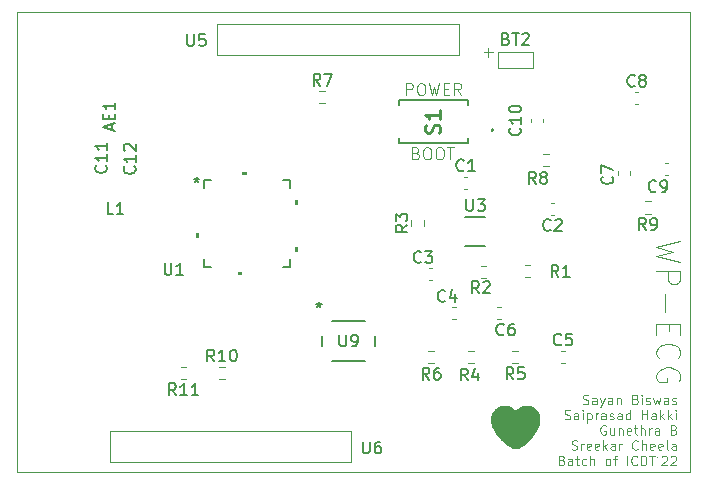
<source format=gbr>
%TF.GenerationSoftware,KiCad,Pcbnew,8.0.1*%
%TF.CreationDate,2024-04-28T17:40:03+05:30*%
%TF.ProjectId,ecg,6563672e-6b69-4636-9164-5f7063625858,rev?*%
%TF.SameCoordinates,Original*%
%TF.FileFunction,Legend,Top*%
%TF.FilePolarity,Positive*%
%FSLAX46Y46*%
G04 Gerber Fmt 4.6, Leading zero omitted, Abs format (unit mm)*
G04 Created by KiCad (PCBNEW 8.0.1) date 2024-04-28 17:40:03*
%MOMM*%
%LPD*%
G01*
G04 APERTURE LIST*
%ADD10C,0.000000*%
%ADD11C,0.100000*%
%ADD12C,0.080000*%
%ADD13C,0.150000*%
%ADD14C,0.254000*%
%ADD15C,0.120000*%
%ADD16C,0.152400*%
%ADD17C,0.200000*%
%TA.AperFunction,Profile*%
%ADD18C,0.050000*%
%TD*%
G04 APERTURE END LIST*
D10*
G36*
X175370000Y-112360000D02*
G01*
X175426731Y-112364646D01*
X175483631Y-112372158D01*
X175540630Y-112382578D01*
X175597659Y-112395948D01*
X175654649Y-112412310D01*
X175711528Y-112431706D01*
X175768228Y-112454178D01*
X175824680Y-112479768D01*
X175849801Y-112494009D01*
X175874169Y-112508526D01*
X175897841Y-112523343D01*
X175920874Y-112538485D01*
X175943327Y-112553976D01*
X175965259Y-112569839D01*
X175986726Y-112586099D01*
X176007788Y-112602780D01*
X176028502Y-112619906D01*
X176048926Y-112637501D01*
X176069119Y-112655589D01*
X176089137Y-112674195D01*
X176128887Y-112713054D01*
X176168638Y-112754273D01*
X176218247Y-112730624D01*
X176266408Y-112706190D01*
X176313432Y-112680903D01*
X176359628Y-112654695D01*
X176405309Y-112627498D01*
X176450784Y-112599245D01*
X176496365Y-112569868D01*
X176542362Y-112539299D01*
X176596065Y-112505993D01*
X176649580Y-112476933D01*
X176703012Y-112451883D01*
X176756469Y-112430607D01*
X176810057Y-112412870D01*
X176863882Y-112398435D01*
X176918051Y-112387067D01*
X176972671Y-112378530D01*
X177027848Y-112372588D01*
X177083689Y-112369005D01*
X177140299Y-112367547D01*
X177197787Y-112367976D01*
X177256258Y-112370057D01*
X177315819Y-112373555D01*
X177438638Y-112383856D01*
X177498789Y-112402556D01*
X177556754Y-112423901D01*
X177612604Y-112447831D01*
X177666414Y-112474283D01*
X177718255Y-112503195D01*
X177768201Y-112534506D01*
X177816325Y-112568154D01*
X177862700Y-112604077D01*
X177907398Y-112642212D01*
X177950492Y-112682500D01*
X177992056Y-112724876D01*
X178032163Y-112769281D01*
X178070885Y-112815651D01*
X178108295Y-112863926D01*
X178144466Y-112914042D01*
X178179471Y-112965940D01*
X178212618Y-113041247D01*
X178240492Y-113117080D01*
X178263294Y-113193382D01*
X178281225Y-113270100D01*
X178294485Y-113347177D01*
X178303275Y-113424557D01*
X178307794Y-113502186D01*
X178308244Y-113580007D01*
X178304824Y-113657966D01*
X178297736Y-113736007D01*
X178287180Y-113814075D01*
X178273356Y-113892113D01*
X178256465Y-113970067D01*
X178236707Y-114047880D01*
X178214283Y-114125499D01*
X178189393Y-114202867D01*
X178122536Y-114349738D01*
X178048758Y-114491751D01*
X177968402Y-114629008D01*
X177881808Y-114761612D01*
X177789320Y-114889664D01*
X177691277Y-115013266D01*
X177588023Y-115132522D01*
X177479898Y-115247532D01*
X177367244Y-115358399D01*
X177250403Y-115465225D01*
X177129716Y-115568113D01*
X177005526Y-115667164D01*
X176878173Y-115762481D01*
X176747999Y-115854165D01*
X176615347Y-115942319D01*
X176480557Y-116027045D01*
X176446442Y-116040077D01*
X176414319Y-116051176D01*
X176383896Y-116060399D01*
X176354881Y-116067801D01*
X176326980Y-116073439D01*
X176299900Y-116077370D01*
X176273350Y-116079648D01*
X176247035Y-116080332D01*
X176220664Y-116079476D01*
X176193943Y-116077137D01*
X176166581Y-116073371D01*
X176138283Y-116068234D01*
X176108758Y-116061783D01*
X176077712Y-116054074D01*
X176009888Y-116035106D01*
X175865834Y-115959305D01*
X175724498Y-115876530D01*
X175586236Y-115787075D01*
X175451404Y-115691234D01*
X175320358Y-115589301D01*
X175193454Y-115481570D01*
X175071047Y-115368333D01*
X174953496Y-115249886D01*
X174841154Y-115126521D01*
X174734379Y-114998532D01*
X174633527Y-114866213D01*
X174538953Y-114729858D01*
X174451014Y-114589761D01*
X174370065Y-114446215D01*
X174296464Y-114299513D01*
X174230565Y-114149950D01*
X174209735Y-114079091D01*
X174190972Y-114007598D01*
X174174445Y-113935576D01*
X174160325Y-113863129D01*
X174148781Y-113790364D01*
X174139983Y-113717385D01*
X174134102Y-113644298D01*
X174131308Y-113571208D01*
X174131771Y-113498221D01*
X174135661Y-113425441D01*
X174143147Y-113352973D01*
X174154401Y-113280924D01*
X174169592Y-113209398D01*
X174188889Y-113138501D01*
X174212465Y-113068337D01*
X174240487Y-112999013D01*
X174272242Y-112947483D01*
X174305840Y-112897812D01*
X174341210Y-112850039D01*
X174378283Y-112804208D01*
X174416989Y-112760361D01*
X174457259Y-112718539D01*
X174499023Y-112678784D01*
X174542210Y-112641139D01*
X174586752Y-112605645D01*
X174632579Y-112572345D01*
X174679621Y-112541281D01*
X174727807Y-112512494D01*
X174777070Y-112486027D01*
X174827338Y-112461921D01*
X174878542Y-112440219D01*
X174930613Y-112420963D01*
X174983480Y-112404194D01*
X175037074Y-112389955D01*
X175091325Y-112378288D01*
X175146164Y-112369235D01*
X175201521Y-112362838D01*
X175257325Y-112359138D01*
X175313509Y-112358178D01*
X175370000Y-112360000D01*
G37*
D11*
X174286115Y-82438533D02*
X173524211Y-82438533D01*
X173905163Y-82057580D02*
X173905163Y-82819485D01*
X166923884Y-86072419D02*
X166923884Y-85072419D01*
X166923884Y-85072419D02*
X167304836Y-85072419D01*
X167304836Y-85072419D02*
X167400074Y-85120038D01*
X167400074Y-85120038D02*
X167447693Y-85167657D01*
X167447693Y-85167657D02*
X167495312Y-85262895D01*
X167495312Y-85262895D02*
X167495312Y-85405752D01*
X167495312Y-85405752D02*
X167447693Y-85500990D01*
X167447693Y-85500990D02*
X167400074Y-85548609D01*
X167400074Y-85548609D02*
X167304836Y-85596228D01*
X167304836Y-85596228D02*
X166923884Y-85596228D01*
X168114360Y-85072419D02*
X168304836Y-85072419D01*
X168304836Y-85072419D02*
X168400074Y-85120038D01*
X168400074Y-85120038D02*
X168495312Y-85215276D01*
X168495312Y-85215276D02*
X168542931Y-85405752D01*
X168542931Y-85405752D02*
X168542931Y-85739085D01*
X168542931Y-85739085D02*
X168495312Y-85929561D01*
X168495312Y-85929561D02*
X168400074Y-86024800D01*
X168400074Y-86024800D02*
X168304836Y-86072419D01*
X168304836Y-86072419D02*
X168114360Y-86072419D01*
X168114360Y-86072419D02*
X168019122Y-86024800D01*
X168019122Y-86024800D02*
X167923884Y-85929561D01*
X167923884Y-85929561D02*
X167876265Y-85739085D01*
X167876265Y-85739085D02*
X167876265Y-85405752D01*
X167876265Y-85405752D02*
X167923884Y-85215276D01*
X167923884Y-85215276D02*
X168019122Y-85120038D01*
X168019122Y-85120038D02*
X168114360Y-85072419D01*
X168876265Y-85072419D02*
X169114360Y-86072419D01*
X169114360Y-86072419D02*
X169304836Y-85358133D01*
X169304836Y-85358133D02*
X169495312Y-86072419D01*
X169495312Y-86072419D02*
X169733408Y-85072419D01*
X170114360Y-85548609D02*
X170447693Y-85548609D01*
X170590550Y-86072419D02*
X170114360Y-86072419D01*
X170114360Y-86072419D02*
X170114360Y-85072419D01*
X170114360Y-85072419D02*
X170590550Y-85072419D01*
X171590550Y-86072419D02*
X171257217Y-85596228D01*
X171019122Y-86072419D02*
X171019122Y-85072419D01*
X171019122Y-85072419D02*
X171400074Y-85072419D01*
X171400074Y-85072419D02*
X171495312Y-85120038D01*
X171495312Y-85120038D02*
X171542931Y-85167657D01*
X171542931Y-85167657D02*
X171590550Y-85262895D01*
X171590550Y-85262895D02*
X171590550Y-85405752D01*
X171590550Y-85405752D02*
X171542931Y-85500990D01*
X171542931Y-85500990D02*
X171495312Y-85548609D01*
X171495312Y-85548609D02*
X171400074Y-85596228D01*
X171400074Y-85596228D02*
X171019122Y-85596228D01*
X167767217Y-90978609D02*
X167910074Y-91026228D01*
X167910074Y-91026228D02*
X167957693Y-91073847D01*
X167957693Y-91073847D02*
X168005312Y-91169085D01*
X168005312Y-91169085D02*
X168005312Y-91311942D01*
X168005312Y-91311942D02*
X167957693Y-91407180D01*
X167957693Y-91407180D02*
X167910074Y-91454800D01*
X167910074Y-91454800D02*
X167814836Y-91502419D01*
X167814836Y-91502419D02*
X167433884Y-91502419D01*
X167433884Y-91502419D02*
X167433884Y-90502419D01*
X167433884Y-90502419D02*
X167767217Y-90502419D01*
X167767217Y-90502419D02*
X167862455Y-90550038D01*
X167862455Y-90550038D02*
X167910074Y-90597657D01*
X167910074Y-90597657D02*
X167957693Y-90692895D01*
X167957693Y-90692895D02*
X167957693Y-90788133D01*
X167957693Y-90788133D02*
X167910074Y-90883371D01*
X167910074Y-90883371D02*
X167862455Y-90930990D01*
X167862455Y-90930990D02*
X167767217Y-90978609D01*
X167767217Y-90978609D02*
X167433884Y-90978609D01*
X168624360Y-90502419D02*
X168814836Y-90502419D01*
X168814836Y-90502419D02*
X168910074Y-90550038D01*
X168910074Y-90550038D02*
X169005312Y-90645276D01*
X169005312Y-90645276D02*
X169052931Y-90835752D01*
X169052931Y-90835752D02*
X169052931Y-91169085D01*
X169052931Y-91169085D02*
X169005312Y-91359561D01*
X169005312Y-91359561D02*
X168910074Y-91454800D01*
X168910074Y-91454800D02*
X168814836Y-91502419D01*
X168814836Y-91502419D02*
X168624360Y-91502419D01*
X168624360Y-91502419D02*
X168529122Y-91454800D01*
X168529122Y-91454800D02*
X168433884Y-91359561D01*
X168433884Y-91359561D02*
X168386265Y-91169085D01*
X168386265Y-91169085D02*
X168386265Y-90835752D01*
X168386265Y-90835752D02*
X168433884Y-90645276D01*
X168433884Y-90645276D02*
X168529122Y-90550038D01*
X168529122Y-90550038D02*
X168624360Y-90502419D01*
X169671979Y-90502419D02*
X169862455Y-90502419D01*
X169862455Y-90502419D02*
X169957693Y-90550038D01*
X169957693Y-90550038D02*
X170052931Y-90645276D01*
X170052931Y-90645276D02*
X170100550Y-90835752D01*
X170100550Y-90835752D02*
X170100550Y-91169085D01*
X170100550Y-91169085D02*
X170052931Y-91359561D01*
X170052931Y-91359561D02*
X169957693Y-91454800D01*
X169957693Y-91454800D02*
X169862455Y-91502419D01*
X169862455Y-91502419D02*
X169671979Y-91502419D01*
X169671979Y-91502419D02*
X169576741Y-91454800D01*
X169576741Y-91454800D02*
X169481503Y-91359561D01*
X169481503Y-91359561D02*
X169433884Y-91169085D01*
X169433884Y-91169085D02*
X169433884Y-90835752D01*
X169433884Y-90835752D02*
X169481503Y-90645276D01*
X169481503Y-90645276D02*
X169576741Y-90550038D01*
X169576741Y-90550038D02*
X169671979Y-90502419D01*
X170386265Y-90502419D02*
X170957693Y-90502419D01*
X170671979Y-91502419D02*
X170671979Y-90502419D01*
D12*
X181909271Y-112208020D02*
X182023557Y-112246115D01*
X182023557Y-112246115D02*
X182214033Y-112246115D01*
X182214033Y-112246115D02*
X182290224Y-112208020D01*
X182290224Y-112208020D02*
X182328319Y-112169924D01*
X182328319Y-112169924D02*
X182366414Y-112093734D01*
X182366414Y-112093734D02*
X182366414Y-112017543D01*
X182366414Y-112017543D02*
X182328319Y-111941353D01*
X182328319Y-111941353D02*
X182290224Y-111903258D01*
X182290224Y-111903258D02*
X182214033Y-111865162D01*
X182214033Y-111865162D02*
X182061652Y-111827067D01*
X182061652Y-111827067D02*
X181985462Y-111788972D01*
X181985462Y-111788972D02*
X181947367Y-111750877D01*
X181947367Y-111750877D02*
X181909271Y-111674686D01*
X181909271Y-111674686D02*
X181909271Y-111598496D01*
X181909271Y-111598496D02*
X181947367Y-111522305D01*
X181947367Y-111522305D02*
X181985462Y-111484210D01*
X181985462Y-111484210D02*
X182061652Y-111446115D01*
X182061652Y-111446115D02*
X182252129Y-111446115D01*
X182252129Y-111446115D02*
X182366414Y-111484210D01*
X183052129Y-112246115D02*
X183052129Y-111827067D01*
X183052129Y-111827067D02*
X183014034Y-111750877D01*
X183014034Y-111750877D02*
X182937843Y-111712781D01*
X182937843Y-111712781D02*
X182785462Y-111712781D01*
X182785462Y-111712781D02*
X182709272Y-111750877D01*
X183052129Y-112208020D02*
X182975938Y-112246115D01*
X182975938Y-112246115D02*
X182785462Y-112246115D01*
X182785462Y-112246115D02*
X182709272Y-112208020D01*
X182709272Y-112208020D02*
X182671176Y-112131829D01*
X182671176Y-112131829D02*
X182671176Y-112055639D01*
X182671176Y-112055639D02*
X182709272Y-111979448D01*
X182709272Y-111979448D02*
X182785462Y-111941353D01*
X182785462Y-111941353D02*
X182975938Y-111941353D01*
X182975938Y-111941353D02*
X183052129Y-111903258D01*
X183356891Y-111712781D02*
X183547367Y-112246115D01*
X183737844Y-111712781D02*
X183547367Y-112246115D01*
X183547367Y-112246115D02*
X183471177Y-112436591D01*
X183471177Y-112436591D02*
X183433082Y-112474686D01*
X183433082Y-112474686D02*
X183356891Y-112512781D01*
X184385463Y-112246115D02*
X184385463Y-111827067D01*
X184385463Y-111827067D02*
X184347368Y-111750877D01*
X184347368Y-111750877D02*
X184271177Y-111712781D01*
X184271177Y-111712781D02*
X184118796Y-111712781D01*
X184118796Y-111712781D02*
X184042606Y-111750877D01*
X184385463Y-112208020D02*
X184309272Y-112246115D01*
X184309272Y-112246115D02*
X184118796Y-112246115D01*
X184118796Y-112246115D02*
X184042606Y-112208020D01*
X184042606Y-112208020D02*
X184004510Y-112131829D01*
X184004510Y-112131829D02*
X184004510Y-112055639D01*
X184004510Y-112055639D02*
X184042606Y-111979448D01*
X184042606Y-111979448D02*
X184118796Y-111941353D01*
X184118796Y-111941353D02*
X184309272Y-111941353D01*
X184309272Y-111941353D02*
X184385463Y-111903258D01*
X184766416Y-111712781D02*
X184766416Y-112246115D01*
X184766416Y-111788972D02*
X184804511Y-111750877D01*
X184804511Y-111750877D02*
X184880701Y-111712781D01*
X184880701Y-111712781D02*
X184994987Y-111712781D01*
X184994987Y-111712781D02*
X185071178Y-111750877D01*
X185071178Y-111750877D02*
X185109273Y-111827067D01*
X185109273Y-111827067D02*
X185109273Y-112246115D01*
X186366416Y-111827067D02*
X186480702Y-111865162D01*
X186480702Y-111865162D02*
X186518797Y-111903258D01*
X186518797Y-111903258D02*
X186556893Y-111979448D01*
X186556893Y-111979448D02*
X186556893Y-112093734D01*
X186556893Y-112093734D02*
X186518797Y-112169924D01*
X186518797Y-112169924D02*
X186480702Y-112208020D01*
X186480702Y-112208020D02*
X186404512Y-112246115D01*
X186404512Y-112246115D02*
X186099750Y-112246115D01*
X186099750Y-112246115D02*
X186099750Y-111446115D01*
X186099750Y-111446115D02*
X186366416Y-111446115D01*
X186366416Y-111446115D02*
X186442607Y-111484210D01*
X186442607Y-111484210D02*
X186480702Y-111522305D01*
X186480702Y-111522305D02*
X186518797Y-111598496D01*
X186518797Y-111598496D02*
X186518797Y-111674686D01*
X186518797Y-111674686D02*
X186480702Y-111750877D01*
X186480702Y-111750877D02*
X186442607Y-111788972D01*
X186442607Y-111788972D02*
X186366416Y-111827067D01*
X186366416Y-111827067D02*
X186099750Y-111827067D01*
X186899750Y-112246115D02*
X186899750Y-111712781D01*
X186899750Y-111446115D02*
X186861654Y-111484210D01*
X186861654Y-111484210D02*
X186899750Y-111522305D01*
X186899750Y-111522305D02*
X186937845Y-111484210D01*
X186937845Y-111484210D02*
X186899750Y-111446115D01*
X186899750Y-111446115D02*
X186899750Y-111522305D01*
X187242606Y-112208020D02*
X187318797Y-112246115D01*
X187318797Y-112246115D02*
X187471178Y-112246115D01*
X187471178Y-112246115D02*
X187547368Y-112208020D01*
X187547368Y-112208020D02*
X187585464Y-112131829D01*
X187585464Y-112131829D02*
X187585464Y-112093734D01*
X187585464Y-112093734D02*
X187547368Y-112017543D01*
X187547368Y-112017543D02*
X187471178Y-111979448D01*
X187471178Y-111979448D02*
X187356892Y-111979448D01*
X187356892Y-111979448D02*
X187280702Y-111941353D01*
X187280702Y-111941353D02*
X187242606Y-111865162D01*
X187242606Y-111865162D02*
X187242606Y-111827067D01*
X187242606Y-111827067D02*
X187280702Y-111750877D01*
X187280702Y-111750877D02*
X187356892Y-111712781D01*
X187356892Y-111712781D02*
X187471178Y-111712781D01*
X187471178Y-111712781D02*
X187547368Y-111750877D01*
X187852130Y-111712781D02*
X188004511Y-112246115D01*
X188004511Y-112246115D02*
X188156892Y-111865162D01*
X188156892Y-111865162D02*
X188309273Y-112246115D01*
X188309273Y-112246115D02*
X188461654Y-111712781D01*
X189109273Y-112246115D02*
X189109273Y-111827067D01*
X189109273Y-111827067D02*
X189071178Y-111750877D01*
X189071178Y-111750877D02*
X188994987Y-111712781D01*
X188994987Y-111712781D02*
X188842606Y-111712781D01*
X188842606Y-111712781D02*
X188766416Y-111750877D01*
X189109273Y-112208020D02*
X189033082Y-112246115D01*
X189033082Y-112246115D02*
X188842606Y-112246115D01*
X188842606Y-112246115D02*
X188766416Y-112208020D01*
X188766416Y-112208020D02*
X188728320Y-112131829D01*
X188728320Y-112131829D02*
X188728320Y-112055639D01*
X188728320Y-112055639D02*
X188766416Y-111979448D01*
X188766416Y-111979448D02*
X188842606Y-111941353D01*
X188842606Y-111941353D02*
X189033082Y-111941353D01*
X189033082Y-111941353D02*
X189109273Y-111903258D01*
X189452130Y-112208020D02*
X189528321Y-112246115D01*
X189528321Y-112246115D02*
X189680702Y-112246115D01*
X189680702Y-112246115D02*
X189756892Y-112208020D01*
X189756892Y-112208020D02*
X189794988Y-112131829D01*
X189794988Y-112131829D02*
X189794988Y-112093734D01*
X189794988Y-112093734D02*
X189756892Y-112017543D01*
X189756892Y-112017543D02*
X189680702Y-111979448D01*
X189680702Y-111979448D02*
X189566416Y-111979448D01*
X189566416Y-111979448D02*
X189490226Y-111941353D01*
X189490226Y-111941353D02*
X189452130Y-111865162D01*
X189452130Y-111865162D02*
X189452130Y-111827067D01*
X189452130Y-111827067D02*
X189490226Y-111750877D01*
X189490226Y-111750877D02*
X189566416Y-111712781D01*
X189566416Y-111712781D02*
X189680702Y-111712781D01*
X189680702Y-111712781D02*
X189756892Y-111750877D01*
X180347366Y-113495975D02*
X180461652Y-113534070D01*
X180461652Y-113534070D02*
X180652128Y-113534070D01*
X180652128Y-113534070D02*
X180728319Y-113495975D01*
X180728319Y-113495975D02*
X180766414Y-113457879D01*
X180766414Y-113457879D02*
X180804509Y-113381689D01*
X180804509Y-113381689D02*
X180804509Y-113305498D01*
X180804509Y-113305498D02*
X180766414Y-113229308D01*
X180766414Y-113229308D02*
X180728319Y-113191213D01*
X180728319Y-113191213D02*
X180652128Y-113153117D01*
X180652128Y-113153117D02*
X180499747Y-113115022D01*
X180499747Y-113115022D02*
X180423557Y-113076927D01*
X180423557Y-113076927D02*
X180385462Y-113038832D01*
X180385462Y-113038832D02*
X180347366Y-112962641D01*
X180347366Y-112962641D02*
X180347366Y-112886451D01*
X180347366Y-112886451D02*
X180385462Y-112810260D01*
X180385462Y-112810260D02*
X180423557Y-112772165D01*
X180423557Y-112772165D02*
X180499747Y-112734070D01*
X180499747Y-112734070D02*
X180690224Y-112734070D01*
X180690224Y-112734070D02*
X180804509Y-112772165D01*
X181490224Y-113534070D02*
X181490224Y-113115022D01*
X181490224Y-113115022D02*
X181452129Y-113038832D01*
X181452129Y-113038832D02*
X181375938Y-113000736D01*
X181375938Y-113000736D02*
X181223557Y-113000736D01*
X181223557Y-113000736D02*
X181147367Y-113038832D01*
X181490224Y-113495975D02*
X181414033Y-113534070D01*
X181414033Y-113534070D02*
X181223557Y-113534070D01*
X181223557Y-113534070D02*
X181147367Y-113495975D01*
X181147367Y-113495975D02*
X181109271Y-113419784D01*
X181109271Y-113419784D02*
X181109271Y-113343594D01*
X181109271Y-113343594D02*
X181147367Y-113267403D01*
X181147367Y-113267403D02*
X181223557Y-113229308D01*
X181223557Y-113229308D02*
X181414033Y-113229308D01*
X181414033Y-113229308D02*
X181490224Y-113191213D01*
X181871177Y-113534070D02*
X181871177Y-113000736D01*
X181871177Y-112734070D02*
X181833081Y-112772165D01*
X181833081Y-112772165D02*
X181871177Y-112810260D01*
X181871177Y-112810260D02*
X181909272Y-112772165D01*
X181909272Y-112772165D02*
X181871177Y-112734070D01*
X181871177Y-112734070D02*
X181871177Y-112810260D01*
X182252129Y-113000736D02*
X182252129Y-113800736D01*
X182252129Y-113038832D02*
X182328319Y-113000736D01*
X182328319Y-113000736D02*
X182480700Y-113000736D01*
X182480700Y-113000736D02*
X182556891Y-113038832D01*
X182556891Y-113038832D02*
X182594986Y-113076927D01*
X182594986Y-113076927D02*
X182633081Y-113153117D01*
X182633081Y-113153117D02*
X182633081Y-113381689D01*
X182633081Y-113381689D02*
X182594986Y-113457879D01*
X182594986Y-113457879D02*
X182556891Y-113495975D01*
X182556891Y-113495975D02*
X182480700Y-113534070D01*
X182480700Y-113534070D02*
X182328319Y-113534070D01*
X182328319Y-113534070D02*
X182252129Y-113495975D01*
X182975939Y-113534070D02*
X182975939Y-113000736D01*
X182975939Y-113153117D02*
X183014034Y-113076927D01*
X183014034Y-113076927D02*
X183052129Y-113038832D01*
X183052129Y-113038832D02*
X183128320Y-113000736D01*
X183128320Y-113000736D02*
X183204510Y-113000736D01*
X183814034Y-113534070D02*
X183814034Y-113115022D01*
X183814034Y-113115022D02*
X183775939Y-113038832D01*
X183775939Y-113038832D02*
X183699748Y-113000736D01*
X183699748Y-113000736D02*
X183547367Y-113000736D01*
X183547367Y-113000736D02*
X183471177Y-113038832D01*
X183814034Y-113495975D02*
X183737843Y-113534070D01*
X183737843Y-113534070D02*
X183547367Y-113534070D01*
X183547367Y-113534070D02*
X183471177Y-113495975D01*
X183471177Y-113495975D02*
X183433081Y-113419784D01*
X183433081Y-113419784D02*
X183433081Y-113343594D01*
X183433081Y-113343594D02*
X183471177Y-113267403D01*
X183471177Y-113267403D02*
X183547367Y-113229308D01*
X183547367Y-113229308D02*
X183737843Y-113229308D01*
X183737843Y-113229308D02*
X183814034Y-113191213D01*
X184156891Y-113495975D02*
X184233082Y-113534070D01*
X184233082Y-113534070D02*
X184385463Y-113534070D01*
X184385463Y-113534070D02*
X184461653Y-113495975D01*
X184461653Y-113495975D02*
X184499749Y-113419784D01*
X184499749Y-113419784D02*
X184499749Y-113381689D01*
X184499749Y-113381689D02*
X184461653Y-113305498D01*
X184461653Y-113305498D02*
X184385463Y-113267403D01*
X184385463Y-113267403D02*
X184271177Y-113267403D01*
X184271177Y-113267403D02*
X184194987Y-113229308D01*
X184194987Y-113229308D02*
X184156891Y-113153117D01*
X184156891Y-113153117D02*
X184156891Y-113115022D01*
X184156891Y-113115022D02*
X184194987Y-113038832D01*
X184194987Y-113038832D02*
X184271177Y-113000736D01*
X184271177Y-113000736D02*
X184385463Y-113000736D01*
X184385463Y-113000736D02*
X184461653Y-113038832D01*
X185185463Y-113534070D02*
X185185463Y-113115022D01*
X185185463Y-113115022D02*
X185147368Y-113038832D01*
X185147368Y-113038832D02*
X185071177Y-113000736D01*
X185071177Y-113000736D02*
X184918796Y-113000736D01*
X184918796Y-113000736D02*
X184842606Y-113038832D01*
X185185463Y-113495975D02*
X185109272Y-113534070D01*
X185109272Y-113534070D02*
X184918796Y-113534070D01*
X184918796Y-113534070D02*
X184842606Y-113495975D01*
X184842606Y-113495975D02*
X184804510Y-113419784D01*
X184804510Y-113419784D02*
X184804510Y-113343594D01*
X184804510Y-113343594D02*
X184842606Y-113267403D01*
X184842606Y-113267403D02*
X184918796Y-113229308D01*
X184918796Y-113229308D02*
X185109272Y-113229308D01*
X185109272Y-113229308D02*
X185185463Y-113191213D01*
X185909273Y-113534070D02*
X185909273Y-112734070D01*
X185909273Y-113495975D02*
X185833082Y-113534070D01*
X185833082Y-113534070D02*
X185680701Y-113534070D01*
X185680701Y-113534070D02*
X185604511Y-113495975D01*
X185604511Y-113495975D02*
X185566416Y-113457879D01*
X185566416Y-113457879D02*
X185528320Y-113381689D01*
X185528320Y-113381689D02*
X185528320Y-113153117D01*
X185528320Y-113153117D02*
X185566416Y-113076927D01*
X185566416Y-113076927D02*
X185604511Y-113038832D01*
X185604511Y-113038832D02*
X185680701Y-113000736D01*
X185680701Y-113000736D02*
X185833082Y-113000736D01*
X185833082Y-113000736D02*
X185909273Y-113038832D01*
X186899750Y-113534070D02*
X186899750Y-112734070D01*
X186899750Y-113115022D02*
X187356893Y-113115022D01*
X187356893Y-113534070D02*
X187356893Y-112734070D01*
X188080702Y-113534070D02*
X188080702Y-113115022D01*
X188080702Y-113115022D02*
X188042607Y-113038832D01*
X188042607Y-113038832D02*
X187966416Y-113000736D01*
X187966416Y-113000736D02*
X187814035Y-113000736D01*
X187814035Y-113000736D02*
X187737845Y-113038832D01*
X188080702Y-113495975D02*
X188004511Y-113534070D01*
X188004511Y-113534070D02*
X187814035Y-113534070D01*
X187814035Y-113534070D02*
X187737845Y-113495975D01*
X187737845Y-113495975D02*
X187699749Y-113419784D01*
X187699749Y-113419784D02*
X187699749Y-113343594D01*
X187699749Y-113343594D02*
X187737845Y-113267403D01*
X187737845Y-113267403D02*
X187814035Y-113229308D01*
X187814035Y-113229308D02*
X188004511Y-113229308D01*
X188004511Y-113229308D02*
X188080702Y-113191213D01*
X188461655Y-113534070D02*
X188461655Y-112734070D01*
X188537845Y-113229308D02*
X188766417Y-113534070D01*
X188766417Y-113000736D02*
X188461655Y-113305498D01*
X189109274Y-113534070D02*
X189109274Y-112734070D01*
X189185464Y-113229308D02*
X189414036Y-113534070D01*
X189414036Y-113000736D02*
X189109274Y-113305498D01*
X189756893Y-113534070D02*
X189756893Y-113000736D01*
X189756893Y-112734070D02*
X189718797Y-112772165D01*
X189718797Y-112772165D02*
X189756893Y-112810260D01*
X189756893Y-112810260D02*
X189794988Y-112772165D01*
X189794988Y-112772165D02*
X189756893Y-112734070D01*
X189756893Y-112734070D02*
X189756893Y-112810260D01*
X183814033Y-114060120D02*
X183737843Y-114022025D01*
X183737843Y-114022025D02*
X183623557Y-114022025D01*
X183623557Y-114022025D02*
X183509271Y-114060120D01*
X183509271Y-114060120D02*
X183433081Y-114136310D01*
X183433081Y-114136310D02*
X183394986Y-114212501D01*
X183394986Y-114212501D02*
X183356890Y-114364882D01*
X183356890Y-114364882D02*
X183356890Y-114479168D01*
X183356890Y-114479168D02*
X183394986Y-114631549D01*
X183394986Y-114631549D02*
X183433081Y-114707739D01*
X183433081Y-114707739D02*
X183509271Y-114783930D01*
X183509271Y-114783930D02*
X183623557Y-114822025D01*
X183623557Y-114822025D02*
X183699748Y-114822025D01*
X183699748Y-114822025D02*
X183814033Y-114783930D01*
X183814033Y-114783930D02*
X183852129Y-114745834D01*
X183852129Y-114745834D02*
X183852129Y-114479168D01*
X183852129Y-114479168D02*
X183699748Y-114479168D01*
X184537843Y-114288691D02*
X184537843Y-114822025D01*
X184194986Y-114288691D02*
X184194986Y-114707739D01*
X184194986Y-114707739D02*
X184233081Y-114783930D01*
X184233081Y-114783930D02*
X184309271Y-114822025D01*
X184309271Y-114822025D02*
X184423557Y-114822025D01*
X184423557Y-114822025D02*
X184499748Y-114783930D01*
X184499748Y-114783930D02*
X184537843Y-114745834D01*
X184918796Y-114288691D02*
X184918796Y-114822025D01*
X184918796Y-114364882D02*
X184956891Y-114326787D01*
X184956891Y-114326787D02*
X185033081Y-114288691D01*
X185033081Y-114288691D02*
X185147367Y-114288691D01*
X185147367Y-114288691D02*
X185223558Y-114326787D01*
X185223558Y-114326787D02*
X185261653Y-114402977D01*
X185261653Y-114402977D02*
X185261653Y-114822025D01*
X185947368Y-114783930D02*
X185871177Y-114822025D01*
X185871177Y-114822025D02*
X185718796Y-114822025D01*
X185718796Y-114822025D02*
X185642606Y-114783930D01*
X185642606Y-114783930D02*
X185604510Y-114707739D01*
X185604510Y-114707739D02*
X185604510Y-114402977D01*
X185604510Y-114402977D02*
X185642606Y-114326787D01*
X185642606Y-114326787D02*
X185718796Y-114288691D01*
X185718796Y-114288691D02*
X185871177Y-114288691D01*
X185871177Y-114288691D02*
X185947368Y-114326787D01*
X185947368Y-114326787D02*
X185985463Y-114402977D01*
X185985463Y-114402977D02*
X185985463Y-114479168D01*
X185985463Y-114479168D02*
X185604510Y-114555358D01*
X186214034Y-114288691D02*
X186518796Y-114288691D01*
X186328320Y-114022025D02*
X186328320Y-114707739D01*
X186328320Y-114707739D02*
X186366415Y-114783930D01*
X186366415Y-114783930D02*
X186442605Y-114822025D01*
X186442605Y-114822025D02*
X186518796Y-114822025D01*
X186785463Y-114822025D02*
X186785463Y-114022025D01*
X187128320Y-114822025D02*
X187128320Y-114402977D01*
X187128320Y-114402977D02*
X187090225Y-114326787D01*
X187090225Y-114326787D02*
X187014034Y-114288691D01*
X187014034Y-114288691D02*
X186899748Y-114288691D01*
X186899748Y-114288691D02*
X186823558Y-114326787D01*
X186823558Y-114326787D02*
X186785463Y-114364882D01*
X187509273Y-114822025D02*
X187509273Y-114288691D01*
X187509273Y-114441072D02*
X187547368Y-114364882D01*
X187547368Y-114364882D02*
X187585463Y-114326787D01*
X187585463Y-114326787D02*
X187661654Y-114288691D01*
X187661654Y-114288691D02*
X187737844Y-114288691D01*
X188347368Y-114822025D02*
X188347368Y-114402977D01*
X188347368Y-114402977D02*
X188309273Y-114326787D01*
X188309273Y-114326787D02*
X188233082Y-114288691D01*
X188233082Y-114288691D02*
X188080701Y-114288691D01*
X188080701Y-114288691D02*
X188004511Y-114326787D01*
X188347368Y-114783930D02*
X188271177Y-114822025D01*
X188271177Y-114822025D02*
X188080701Y-114822025D01*
X188080701Y-114822025D02*
X188004511Y-114783930D01*
X188004511Y-114783930D02*
X187966415Y-114707739D01*
X187966415Y-114707739D02*
X187966415Y-114631549D01*
X187966415Y-114631549D02*
X188004511Y-114555358D01*
X188004511Y-114555358D02*
X188080701Y-114517263D01*
X188080701Y-114517263D02*
X188271177Y-114517263D01*
X188271177Y-114517263D02*
X188347368Y-114479168D01*
X189604511Y-114402977D02*
X189718797Y-114441072D01*
X189718797Y-114441072D02*
X189756892Y-114479168D01*
X189756892Y-114479168D02*
X189794988Y-114555358D01*
X189794988Y-114555358D02*
X189794988Y-114669644D01*
X189794988Y-114669644D02*
X189756892Y-114745834D01*
X189756892Y-114745834D02*
X189718797Y-114783930D01*
X189718797Y-114783930D02*
X189642607Y-114822025D01*
X189642607Y-114822025D02*
X189337845Y-114822025D01*
X189337845Y-114822025D02*
X189337845Y-114022025D01*
X189337845Y-114022025D02*
X189604511Y-114022025D01*
X189604511Y-114022025D02*
X189680702Y-114060120D01*
X189680702Y-114060120D02*
X189718797Y-114098215D01*
X189718797Y-114098215D02*
X189756892Y-114174406D01*
X189756892Y-114174406D02*
X189756892Y-114250596D01*
X189756892Y-114250596D02*
X189718797Y-114326787D01*
X189718797Y-114326787D02*
X189680702Y-114364882D01*
X189680702Y-114364882D02*
X189604511Y-114402977D01*
X189604511Y-114402977D02*
X189337845Y-114402977D01*
X180956891Y-116071885D02*
X181071177Y-116109980D01*
X181071177Y-116109980D02*
X181261653Y-116109980D01*
X181261653Y-116109980D02*
X181337844Y-116071885D01*
X181337844Y-116071885D02*
X181375939Y-116033789D01*
X181375939Y-116033789D02*
X181414034Y-115957599D01*
X181414034Y-115957599D02*
X181414034Y-115881408D01*
X181414034Y-115881408D02*
X181375939Y-115805218D01*
X181375939Y-115805218D02*
X181337844Y-115767123D01*
X181337844Y-115767123D02*
X181261653Y-115729027D01*
X181261653Y-115729027D02*
X181109272Y-115690932D01*
X181109272Y-115690932D02*
X181033082Y-115652837D01*
X181033082Y-115652837D02*
X180994987Y-115614742D01*
X180994987Y-115614742D02*
X180956891Y-115538551D01*
X180956891Y-115538551D02*
X180956891Y-115462361D01*
X180956891Y-115462361D02*
X180994987Y-115386170D01*
X180994987Y-115386170D02*
X181033082Y-115348075D01*
X181033082Y-115348075D02*
X181109272Y-115309980D01*
X181109272Y-115309980D02*
X181299749Y-115309980D01*
X181299749Y-115309980D02*
X181414034Y-115348075D01*
X181756892Y-116109980D02*
X181756892Y-115576646D01*
X181756892Y-115729027D02*
X181794987Y-115652837D01*
X181794987Y-115652837D02*
X181833082Y-115614742D01*
X181833082Y-115614742D02*
X181909273Y-115576646D01*
X181909273Y-115576646D02*
X181985463Y-115576646D01*
X182556892Y-116071885D02*
X182480701Y-116109980D01*
X182480701Y-116109980D02*
X182328320Y-116109980D01*
X182328320Y-116109980D02*
X182252130Y-116071885D01*
X182252130Y-116071885D02*
X182214034Y-115995694D01*
X182214034Y-115995694D02*
X182214034Y-115690932D01*
X182214034Y-115690932D02*
X182252130Y-115614742D01*
X182252130Y-115614742D02*
X182328320Y-115576646D01*
X182328320Y-115576646D02*
X182480701Y-115576646D01*
X182480701Y-115576646D02*
X182556892Y-115614742D01*
X182556892Y-115614742D02*
X182594987Y-115690932D01*
X182594987Y-115690932D02*
X182594987Y-115767123D01*
X182594987Y-115767123D02*
X182214034Y-115843313D01*
X183242606Y-116071885D02*
X183166415Y-116109980D01*
X183166415Y-116109980D02*
X183014034Y-116109980D01*
X183014034Y-116109980D02*
X182937844Y-116071885D01*
X182937844Y-116071885D02*
X182899748Y-115995694D01*
X182899748Y-115995694D02*
X182899748Y-115690932D01*
X182899748Y-115690932D02*
X182937844Y-115614742D01*
X182937844Y-115614742D02*
X183014034Y-115576646D01*
X183014034Y-115576646D02*
X183166415Y-115576646D01*
X183166415Y-115576646D02*
X183242606Y-115614742D01*
X183242606Y-115614742D02*
X183280701Y-115690932D01*
X183280701Y-115690932D02*
X183280701Y-115767123D01*
X183280701Y-115767123D02*
X182899748Y-115843313D01*
X183623558Y-116109980D02*
X183623558Y-115309980D01*
X183699748Y-115805218D02*
X183928320Y-116109980D01*
X183928320Y-115576646D02*
X183623558Y-115881408D01*
X184614034Y-116109980D02*
X184614034Y-115690932D01*
X184614034Y-115690932D02*
X184575939Y-115614742D01*
X184575939Y-115614742D02*
X184499748Y-115576646D01*
X184499748Y-115576646D02*
X184347367Y-115576646D01*
X184347367Y-115576646D02*
X184271177Y-115614742D01*
X184614034Y-116071885D02*
X184537843Y-116109980D01*
X184537843Y-116109980D02*
X184347367Y-116109980D01*
X184347367Y-116109980D02*
X184271177Y-116071885D01*
X184271177Y-116071885D02*
X184233081Y-115995694D01*
X184233081Y-115995694D02*
X184233081Y-115919504D01*
X184233081Y-115919504D02*
X184271177Y-115843313D01*
X184271177Y-115843313D02*
X184347367Y-115805218D01*
X184347367Y-115805218D02*
X184537843Y-115805218D01*
X184537843Y-115805218D02*
X184614034Y-115767123D01*
X184994987Y-116109980D02*
X184994987Y-115576646D01*
X184994987Y-115729027D02*
X185033082Y-115652837D01*
X185033082Y-115652837D02*
X185071177Y-115614742D01*
X185071177Y-115614742D02*
X185147368Y-115576646D01*
X185147368Y-115576646D02*
X185223558Y-115576646D01*
X186556892Y-116033789D02*
X186518796Y-116071885D01*
X186518796Y-116071885D02*
X186404511Y-116109980D01*
X186404511Y-116109980D02*
X186328320Y-116109980D01*
X186328320Y-116109980D02*
X186214034Y-116071885D01*
X186214034Y-116071885D02*
X186137844Y-115995694D01*
X186137844Y-115995694D02*
X186099749Y-115919504D01*
X186099749Y-115919504D02*
X186061653Y-115767123D01*
X186061653Y-115767123D02*
X186061653Y-115652837D01*
X186061653Y-115652837D02*
X186099749Y-115500456D01*
X186099749Y-115500456D02*
X186137844Y-115424265D01*
X186137844Y-115424265D02*
X186214034Y-115348075D01*
X186214034Y-115348075D02*
X186328320Y-115309980D01*
X186328320Y-115309980D02*
X186404511Y-115309980D01*
X186404511Y-115309980D02*
X186518796Y-115348075D01*
X186518796Y-115348075D02*
X186556892Y-115386170D01*
X186899749Y-116109980D02*
X186899749Y-115309980D01*
X187242606Y-116109980D02*
X187242606Y-115690932D01*
X187242606Y-115690932D02*
X187204511Y-115614742D01*
X187204511Y-115614742D02*
X187128320Y-115576646D01*
X187128320Y-115576646D02*
X187014034Y-115576646D01*
X187014034Y-115576646D02*
X186937844Y-115614742D01*
X186937844Y-115614742D02*
X186899749Y-115652837D01*
X187928321Y-116071885D02*
X187852130Y-116109980D01*
X187852130Y-116109980D02*
X187699749Y-116109980D01*
X187699749Y-116109980D02*
X187623559Y-116071885D01*
X187623559Y-116071885D02*
X187585463Y-115995694D01*
X187585463Y-115995694D02*
X187585463Y-115690932D01*
X187585463Y-115690932D02*
X187623559Y-115614742D01*
X187623559Y-115614742D02*
X187699749Y-115576646D01*
X187699749Y-115576646D02*
X187852130Y-115576646D01*
X187852130Y-115576646D02*
X187928321Y-115614742D01*
X187928321Y-115614742D02*
X187966416Y-115690932D01*
X187966416Y-115690932D02*
X187966416Y-115767123D01*
X187966416Y-115767123D02*
X187585463Y-115843313D01*
X188614035Y-116071885D02*
X188537844Y-116109980D01*
X188537844Y-116109980D02*
X188385463Y-116109980D01*
X188385463Y-116109980D02*
X188309273Y-116071885D01*
X188309273Y-116071885D02*
X188271177Y-115995694D01*
X188271177Y-115995694D02*
X188271177Y-115690932D01*
X188271177Y-115690932D02*
X188309273Y-115614742D01*
X188309273Y-115614742D02*
X188385463Y-115576646D01*
X188385463Y-115576646D02*
X188537844Y-115576646D01*
X188537844Y-115576646D02*
X188614035Y-115614742D01*
X188614035Y-115614742D02*
X188652130Y-115690932D01*
X188652130Y-115690932D02*
X188652130Y-115767123D01*
X188652130Y-115767123D02*
X188271177Y-115843313D01*
X189109272Y-116109980D02*
X189033082Y-116071885D01*
X189033082Y-116071885D02*
X188994987Y-115995694D01*
X188994987Y-115995694D02*
X188994987Y-115309980D01*
X189756892Y-116109980D02*
X189756892Y-115690932D01*
X189756892Y-115690932D02*
X189718797Y-115614742D01*
X189718797Y-115614742D02*
X189642606Y-115576646D01*
X189642606Y-115576646D02*
X189490225Y-115576646D01*
X189490225Y-115576646D02*
X189414035Y-115614742D01*
X189756892Y-116071885D02*
X189680701Y-116109980D01*
X189680701Y-116109980D02*
X189490225Y-116109980D01*
X189490225Y-116109980D02*
X189414035Y-116071885D01*
X189414035Y-116071885D02*
X189375939Y-115995694D01*
X189375939Y-115995694D02*
X189375939Y-115919504D01*
X189375939Y-115919504D02*
X189414035Y-115843313D01*
X189414035Y-115843313D02*
X189490225Y-115805218D01*
X189490225Y-115805218D02*
X189680701Y-115805218D01*
X189680701Y-115805218D02*
X189756892Y-115767123D01*
X180118795Y-116978887D02*
X180233081Y-117016982D01*
X180233081Y-117016982D02*
X180271176Y-117055078D01*
X180271176Y-117055078D02*
X180309272Y-117131268D01*
X180309272Y-117131268D02*
X180309272Y-117245554D01*
X180309272Y-117245554D02*
X180271176Y-117321744D01*
X180271176Y-117321744D02*
X180233081Y-117359840D01*
X180233081Y-117359840D02*
X180156891Y-117397935D01*
X180156891Y-117397935D02*
X179852129Y-117397935D01*
X179852129Y-117397935D02*
X179852129Y-116597935D01*
X179852129Y-116597935D02*
X180118795Y-116597935D01*
X180118795Y-116597935D02*
X180194986Y-116636030D01*
X180194986Y-116636030D02*
X180233081Y-116674125D01*
X180233081Y-116674125D02*
X180271176Y-116750316D01*
X180271176Y-116750316D02*
X180271176Y-116826506D01*
X180271176Y-116826506D02*
X180233081Y-116902697D01*
X180233081Y-116902697D02*
X180194986Y-116940792D01*
X180194986Y-116940792D02*
X180118795Y-116978887D01*
X180118795Y-116978887D02*
X179852129Y-116978887D01*
X180994986Y-117397935D02*
X180994986Y-116978887D01*
X180994986Y-116978887D02*
X180956891Y-116902697D01*
X180956891Y-116902697D02*
X180880700Y-116864601D01*
X180880700Y-116864601D02*
X180728319Y-116864601D01*
X180728319Y-116864601D02*
X180652129Y-116902697D01*
X180994986Y-117359840D02*
X180918795Y-117397935D01*
X180918795Y-117397935D02*
X180728319Y-117397935D01*
X180728319Y-117397935D02*
X180652129Y-117359840D01*
X180652129Y-117359840D02*
X180614033Y-117283649D01*
X180614033Y-117283649D02*
X180614033Y-117207459D01*
X180614033Y-117207459D02*
X180652129Y-117131268D01*
X180652129Y-117131268D02*
X180728319Y-117093173D01*
X180728319Y-117093173D02*
X180918795Y-117093173D01*
X180918795Y-117093173D02*
X180994986Y-117055078D01*
X181261653Y-116864601D02*
X181566415Y-116864601D01*
X181375939Y-116597935D02*
X181375939Y-117283649D01*
X181375939Y-117283649D02*
X181414034Y-117359840D01*
X181414034Y-117359840D02*
X181490224Y-117397935D01*
X181490224Y-117397935D02*
X181566415Y-117397935D01*
X182175939Y-117359840D02*
X182099748Y-117397935D01*
X182099748Y-117397935D02*
X181947367Y-117397935D01*
X181947367Y-117397935D02*
X181871177Y-117359840D01*
X181871177Y-117359840D02*
X181833082Y-117321744D01*
X181833082Y-117321744D02*
X181794986Y-117245554D01*
X181794986Y-117245554D02*
X181794986Y-117016982D01*
X181794986Y-117016982D02*
X181833082Y-116940792D01*
X181833082Y-116940792D02*
X181871177Y-116902697D01*
X181871177Y-116902697D02*
X181947367Y-116864601D01*
X181947367Y-116864601D02*
X182099748Y-116864601D01*
X182099748Y-116864601D02*
X182175939Y-116902697D01*
X182518796Y-117397935D02*
X182518796Y-116597935D01*
X182861653Y-117397935D02*
X182861653Y-116978887D01*
X182861653Y-116978887D02*
X182823558Y-116902697D01*
X182823558Y-116902697D02*
X182747367Y-116864601D01*
X182747367Y-116864601D02*
X182633081Y-116864601D01*
X182633081Y-116864601D02*
X182556891Y-116902697D01*
X182556891Y-116902697D02*
X182518796Y-116940792D01*
X183966415Y-117397935D02*
X183890225Y-117359840D01*
X183890225Y-117359840D02*
X183852130Y-117321744D01*
X183852130Y-117321744D02*
X183814034Y-117245554D01*
X183814034Y-117245554D02*
X183814034Y-117016982D01*
X183814034Y-117016982D02*
X183852130Y-116940792D01*
X183852130Y-116940792D02*
X183890225Y-116902697D01*
X183890225Y-116902697D02*
X183966415Y-116864601D01*
X183966415Y-116864601D02*
X184080701Y-116864601D01*
X184080701Y-116864601D02*
X184156892Y-116902697D01*
X184156892Y-116902697D02*
X184194987Y-116940792D01*
X184194987Y-116940792D02*
X184233082Y-117016982D01*
X184233082Y-117016982D02*
X184233082Y-117245554D01*
X184233082Y-117245554D02*
X184194987Y-117321744D01*
X184194987Y-117321744D02*
X184156892Y-117359840D01*
X184156892Y-117359840D02*
X184080701Y-117397935D01*
X184080701Y-117397935D02*
X183966415Y-117397935D01*
X184461654Y-116864601D02*
X184766416Y-116864601D01*
X184575940Y-117397935D02*
X184575940Y-116712220D01*
X184575940Y-116712220D02*
X184614035Y-116636030D01*
X184614035Y-116636030D02*
X184690225Y-116597935D01*
X184690225Y-116597935D02*
X184766416Y-116597935D01*
X185642607Y-117397935D02*
X185642607Y-116597935D01*
X186480702Y-117321744D02*
X186442606Y-117359840D01*
X186442606Y-117359840D02*
X186328321Y-117397935D01*
X186328321Y-117397935D02*
X186252130Y-117397935D01*
X186252130Y-117397935D02*
X186137844Y-117359840D01*
X186137844Y-117359840D02*
X186061654Y-117283649D01*
X186061654Y-117283649D02*
X186023559Y-117207459D01*
X186023559Y-117207459D02*
X185985463Y-117055078D01*
X185985463Y-117055078D02*
X185985463Y-116940792D01*
X185985463Y-116940792D02*
X186023559Y-116788411D01*
X186023559Y-116788411D02*
X186061654Y-116712220D01*
X186061654Y-116712220D02*
X186137844Y-116636030D01*
X186137844Y-116636030D02*
X186252130Y-116597935D01*
X186252130Y-116597935D02*
X186328321Y-116597935D01*
X186328321Y-116597935D02*
X186442606Y-116636030D01*
X186442606Y-116636030D02*
X186480702Y-116674125D01*
X186823559Y-117397935D02*
X186823559Y-116597935D01*
X186823559Y-116597935D02*
X187014035Y-116597935D01*
X187014035Y-116597935D02*
X187128321Y-116636030D01*
X187128321Y-116636030D02*
X187204511Y-116712220D01*
X187204511Y-116712220D02*
X187242606Y-116788411D01*
X187242606Y-116788411D02*
X187280702Y-116940792D01*
X187280702Y-116940792D02*
X187280702Y-117055078D01*
X187280702Y-117055078D02*
X187242606Y-117207459D01*
X187242606Y-117207459D02*
X187204511Y-117283649D01*
X187204511Y-117283649D02*
X187128321Y-117359840D01*
X187128321Y-117359840D02*
X187014035Y-117397935D01*
X187014035Y-117397935D02*
X186823559Y-117397935D01*
X187509273Y-116597935D02*
X187966416Y-116597935D01*
X187737844Y-117397935D02*
X187737844Y-116597935D01*
X188271178Y-116597935D02*
X188194987Y-116750316D01*
X188575939Y-116674125D02*
X188614035Y-116636030D01*
X188614035Y-116636030D02*
X188690225Y-116597935D01*
X188690225Y-116597935D02*
X188880701Y-116597935D01*
X188880701Y-116597935D02*
X188956892Y-116636030D01*
X188956892Y-116636030D02*
X188994987Y-116674125D01*
X188994987Y-116674125D02*
X189033082Y-116750316D01*
X189033082Y-116750316D02*
X189033082Y-116826506D01*
X189033082Y-116826506D02*
X188994987Y-116940792D01*
X188994987Y-116940792D02*
X188537844Y-117397935D01*
X188537844Y-117397935D02*
X189033082Y-117397935D01*
X189337844Y-116674125D02*
X189375940Y-116636030D01*
X189375940Y-116636030D02*
X189452130Y-116597935D01*
X189452130Y-116597935D02*
X189642606Y-116597935D01*
X189642606Y-116597935D02*
X189718797Y-116636030D01*
X189718797Y-116636030D02*
X189756892Y-116674125D01*
X189756892Y-116674125D02*
X189794987Y-116750316D01*
X189794987Y-116750316D02*
X189794987Y-116826506D01*
X189794987Y-116826506D02*
X189756892Y-116940792D01*
X189756892Y-116940792D02*
X189299749Y-117397935D01*
X189299749Y-117397935D02*
X189794987Y-117397935D01*
D11*
X190129961Y-98461503D02*
X188129961Y-98937693D01*
X188129961Y-98937693D02*
X189558533Y-99318646D01*
X189558533Y-99318646D02*
X188129961Y-99699598D01*
X188129961Y-99699598D02*
X190129961Y-100175789D01*
X188129961Y-100937693D02*
X190129961Y-100937693D01*
X190129961Y-100937693D02*
X190129961Y-101699598D01*
X190129961Y-101699598D02*
X190034723Y-101890074D01*
X190034723Y-101890074D02*
X189939485Y-101985312D01*
X189939485Y-101985312D02*
X189749009Y-102080550D01*
X189749009Y-102080550D02*
X189463295Y-102080550D01*
X189463295Y-102080550D02*
X189272819Y-101985312D01*
X189272819Y-101985312D02*
X189177580Y-101890074D01*
X189177580Y-101890074D02*
X189082342Y-101699598D01*
X189082342Y-101699598D02*
X189082342Y-100937693D01*
X188891866Y-102937693D02*
X188891866Y-104461503D01*
X189177580Y-105413883D02*
X189177580Y-106080550D01*
X188129961Y-106366264D02*
X188129961Y-105413883D01*
X188129961Y-105413883D02*
X190129961Y-105413883D01*
X190129961Y-105413883D02*
X190129961Y-106366264D01*
X188320438Y-108366264D02*
X188225200Y-108271026D01*
X188225200Y-108271026D02*
X188129961Y-107985312D01*
X188129961Y-107985312D02*
X188129961Y-107794836D01*
X188129961Y-107794836D02*
X188225200Y-107509121D01*
X188225200Y-107509121D02*
X188415676Y-107318645D01*
X188415676Y-107318645D02*
X188606152Y-107223407D01*
X188606152Y-107223407D02*
X188987104Y-107128169D01*
X188987104Y-107128169D02*
X189272819Y-107128169D01*
X189272819Y-107128169D02*
X189653771Y-107223407D01*
X189653771Y-107223407D02*
X189844247Y-107318645D01*
X189844247Y-107318645D02*
X190034723Y-107509121D01*
X190034723Y-107509121D02*
X190129961Y-107794836D01*
X190129961Y-107794836D02*
X190129961Y-107985312D01*
X190129961Y-107985312D02*
X190034723Y-108271026D01*
X190034723Y-108271026D02*
X189939485Y-108366264D01*
X190034723Y-110271026D02*
X190129961Y-110080550D01*
X190129961Y-110080550D02*
X190129961Y-109794836D01*
X190129961Y-109794836D02*
X190034723Y-109509121D01*
X190034723Y-109509121D02*
X189844247Y-109318645D01*
X189844247Y-109318645D02*
X189653771Y-109223407D01*
X189653771Y-109223407D02*
X189272819Y-109128169D01*
X189272819Y-109128169D02*
X188987104Y-109128169D01*
X188987104Y-109128169D02*
X188606152Y-109223407D01*
X188606152Y-109223407D02*
X188415676Y-109318645D01*
X188415676Y-109318645D02*
X188225200Y-109509121D01*
X188225200Y-109509121D02*
X188129961Y-109794836D01*
X188129961Y-109794836D02*
X188129961Y-109985312D01*
X188129961Y-109985312D02*
X188225200Y-110271026D01*
X188225200Y-110271026D02*
X188320438Y-110366264D01*
X188320438Y-110366264D02*
X188987104Y-110366264D01*
X188987104Y-110366264D02*
X188987104Y-109985312D01*
D13*
X172143333Y-110234819D02*
X171810000Y-109758628D01*
X171571905Y-110234819D02*
X171571905Y-109234819D01*
X171571905Y-109234819D02*
X171952857Y-109234819D01*
X171952857Y-109234819D02*
X172048095Y-109282438D01*
X172048095Y-109282438D02*
X172095714Y-109330057D01*
X172095714Y-109330057D02*
X172143333Y-109425295D01*
X172143333Y-109425295D02*
X172143333Y-109568152D01*
X172143333Y-109568152D02*
X172095714Y-109663390D01*
X172095714Y-109663390D02*
X172048095Y-109711009D01*
X172048095Y-109711009D02*
X171952857Y-109758628D01*
X171952857Y-109758628D02*
X171571905Y-109758628D01*
X173000476Y-109568152D02*
X173000476Y-110234819D01*
X172762381Y-109187200D02*
X172524286Y-109901485D01*
X172524286Y-109901485D02*
X173143333Y-109901485D01*
X141509580Y-92032857D02*
X141557200Y-92080476D01*
X141557200Y-92080476D02*
X141604819Y-92223333D01*
X141604819Y-92223333D02*
X141604819Y-92318571D01*
X141604819Y-92318571D02*
X141557200Y-92461428D01*
X141557200Y-92461428D02*
X141461961Y-92556666D01*
X141461961Y-92556666D02*
X141366723Y-92604285D01*
X141366723Y-92604285D02*
X141176247Y-92651904D01*
X141176247Y-92651904D02*
X141033390Y-92651904D01*
X141033390Y-92651904D02*
X140842914Y-92604285D01*
X140842914Y-92604285D02*
X140747676Y-92556666D01*
X140747676Y-92556666D02*
X140652438Y-92461428D01*
X140652438Y-92461428D02*
X140604819Y-92318571D01*
X140604819Y-92318571D02*
X140604819Y-92223333D01*
X140604819Y-92223333D02*
X140652438Y-92080476D01*
X140652438Y-92080476D02*
X140700057Y-92032857D01*
X141604819Y-91080476D02*
X141604819Y-91651904D01*
X141604819Y-91366190D02*
X140604819Y-91366190D01*
X140604819Y-91366190D02*
X140747676Y-91461428D01*
X140747676Y-91461428D02*
X140842914Y-91556666D01*
X140842914Y-91556666D02*
X140890533Y-91651904D01*
X141604819Y-90128095D02*
X141604819Y-90699523D01*
X141604819Y-90413809D02*
X140604819Y-90413809D01*
X140604819Y-90413809D02*
X140747676Y-90509047D01*
X140747676Y-90509047D02*
X140842914Y-90604285D01*
X140842914Y-90604285D02*
X140890533Y-90699523D01*
X168898333Y-110159819D02*
X168565000Y-109683628D01*
X168326905Y-110159819D02*
X168326905Y-109159819D01*
X168326905Y-109159819D02*
X168707857Y-109159819D01*
X168707857Y-109159819D02*
X168803095Y-109207438D01*
X168803095Y-109207438D02*
X168850714Y-109255057D01*
X168850714Y-109255057D02*
X168898333Y-109350295D01*
X168898333Y-109350295D02*
X168898333Y-109493152D01*
X168898333Y-109493152D02*
X168850714Y-109588390D01*
X168850714Y-109588390D02*
X168803095Y-109636009D01*
X168803095Y-109636009D02*
X168707857Y-109683628D01*
X168707857Y-109683628D02*
X168326905Y-109683628D01*
X169755476Y-109159819D02*
X169565000Y-109159819D01*
X169565000Y-109159819D02*
X169469762Y-109207438D01*
X169469762Y-109207438D02*
X169422143Y-109255057D01*
X169422143Y-109255057D02*
X169326905Y-109397914D01*
X169326905Y-109397914D02*
X169279286Y-109588390D01*
X169279286Y-109588390D02*
X169279286Y-109969342D01*
X169279286Y-109969342D02*
X169326905Y-110064580D01*
X169326905Y-110064580D02*
X169374524Y-110112200D01*
X169374524Y-110112200D02*
X169469762Y-110159819D01*
X169469762Y-110159819D02*
X169660238Y-110159819D01*
X169660238Y-110159819D02*
X169755476Y-110112200D01*
X169755476Y-110112200D02*
X169803095Y-110064580D01*
X169803095Y-110064580D02*
X169850714Y-109969342D01*
X169850714Y-109969342D02*
X169850714Y-109731247D01*
X169850714Y-109731247D02*
X169803095Y-109636009D01*
X169803095Y-109636009D02*
X169755476Y-109588390D01*
X169755476Y-109588390D02*
X169660238Y-109540771D01*
X169660238Y-109540771D02*
X169469762Y-109540771D01*
X169469762Y-109540771D02*
X169374524Y-109588390D01*
X169374524Y-109588390D02*
X169326905Y-109636009D01*
X169326905Y-109636009D02*
X169279286Y-109731247D01*
X184369580Y-92976666D02*
X184417200Y-93024285D01*
X184417200Y-93024285D02*
X184464819Y-93167142D01*
X184464819Y-93167142D02*
X184464819Y-93262380D01*
X184464819Y-93262380D02*
X184417200Y-93405237D01*
X184417200Y-93405237D02*
X184321961Y-93500475D01*
X184321961Y-93500475D02*
X184226723Y-93548094D01*
X184226723Y-93548094D02*
X184036247Y-93595713D01*
X184036247Y-93595713D02*
X183893390Y-93595713D01*
X183893390Y-93595713D02*
X183702914Y-93548094D01*
X183702914Y-93548094D02*
X183607676Y-93500475D01*
X183607676Y-93500475D02*
X183512438Y-93405237D01*
X183512438Y-93405237D02*
X183464819Y-93262380D01*
X183464819Y-93262380D02*
X183464819Y-93167142D01*
X183464819Y-93167142D02*
X183512438Y-93024285D01*
X183512438Y-93024285D02*
X183560057Y-92976666D01*
X183464819Y-92643332D02*
X183464819Y-91976666D01*
X183464819Y-91976666D02*
X184464819Y-92405237D01*
X187228333Y-97477319D02*
X186895000Y-97001128D01*
X186656905Y-97477319D02*
X186656905Y-96477319D01*
X186656905Y-96477319D02*
X187037857Y-96477319D01*
X187037857Y-96477319D02*
X187133095Y-96524938D01*
X187133095Y-96524938D02*
X187180714Y-96572557D01*
X187180714Y-96572557D02*
X187228333Y-96667795D01*
X187228333Y-96667795D02*
X187228333Y-96810652D01*
X187228333Y-96810652D02*
X187180714Y-96905890D01*
X187180714Y-96905890D02*
X187133095Y-96953509D01*
X187133095Y-96953509D02*
X187037857Y-97001128D01*
X187037857Y-97001128D02*
X186656905Y-97001128D01*
X187704524Y-97477319D02*
X187895000Y-97477319D01*
X187895000Y-97477319D02*
X187990238Y-97429700D01*
X187990238Y-97429700D02*
X188037857Y-97382080D01*
X188037857Y-97382080D02*
X188133095Y-97239223D01*
X188133095Y-97239223D02*
X188180714Y-97048747D01*
X188180714Y-97048747D02*
X188180714Y-96667795D01*
X188180714Y-96667795D02*
X188133095Y-96572557D01*
X188133095Y-96572557D02*
X188085476Y-96524938D01*
X188085476Y-96524938D02*
X187990238Y-96477319D01*
X187990238Y-96477319D02*
X187799762Y-96477319D01*
X187799762Y-96477319D02*
X187704524Y-96524938D01*
X187704524Y-96524938D02*
X187656905Y-96572557D01*
X187656905Y-96572557D02*
X187609286Y-96667795D01*
X187609286Y-96667795D02*
X187609286Y-96905890D01*
X187609286Y-96905890D02*
X187656905Y-97001128D01*
X187656905Y-97001128D02*
X187704524Y-97048747D01*
X187704524Y-97048747D02*
X187799762Y-97096366D01*
X187799762Y-97096366D02*
X187990238Y-97096366D01*
X187990238Y-97096366D02*
X188085476Y-97048747D01*
X188085476Y-97048747D02*
X188133095Y-97001128D01*
X188133095Y-97001128D02*
X188180714Y-96905890D01*
X179158333Y-97489580D02*
X179110714Y-97537200D01*
X179110714Y-97537200D02*
X178967857Y-97584819D01*
X178967857Y-97584819D02*
X178872619Y-97584819D01*
X178872619Y-97584819D02*
X178729762Y-97537200D01*
X178729762Y-97537200D02*
X178634524Y-97441961D01*
X178634524Y-97441961D02*
X178586905Y-97346723D01*
X178586905Y-97346723D02*
X178539286Y-97156247D01*
X178539286Y-97156247D02*
X178539286Y-97013390D01*
X178539286Y-97013390D02*
X178586905Y-96822914D01*
X178586905Y-96822914D02*
X178634524Y-96727676D01*
X178634524Y-96727676D02*
X178729762Y-96632438D01*
X178729762Y-96632438D02*
X178872619Y-96584819D01*
X178872619Y-96584819D02*
X178967857Y-96584819D01*
X178967857Y-96584819D02*
X179110714Y-96632438D01*
X179110714Y-96632438D02*
X179158333Y-96680057D01*
X179539286Y-96680057D02*
X179586905Y-96632438D01*
X179586905Y-96632438D02*
X179682143Y-96584819D01*
X179682143Y-96584819D02*
X179920238Y-96584819D01*
X179920238Y-96584819D02*
X180015476Y-96632438D01*
X180015476Y-96632438D02*
X180063095Y-96680057D01*
X180063095Y-96680057D02*
X180110714Y-96775295D01*
X180110714Y-96775295D02*
X180110714Y-96870533D01*
X180110714Y-96870533D02*
X180063095Y-97013390D01*
X180063095Y-97013390D02*
X179491667Y-97584819D01*
X179491667Y-97584819D02*
X180110714Y-97584819D01*
X167044819Y-97056666D02*
X166568628Y-97389999D01*
X167044819Y-97628094D02*
X166044819Y-97628094D01*
X166044819Y-97628094D02*
X166044819Y-97247142D01*
X166044819Y-97247142D02*
X166092438Y-97151904D01*
X166092438Y-97151904D02*
X166140057Y-97104285D01*
X166140057Y-97104285D02*
X166235295Y-97056666D01*
X166235295Y-97056666D02*
X166378152Y-97056666D01*
X166378152Y-97056666D02*
X166473390Y-97104285D01*
X166473390Y-97104285D02*
X166521009Y-97151904D01*
X166521009Y-97151904D02*
X166568628Y-97247142D01*
X166568628Y-97247142D02*
X166568628Y-97628094D01*
X166044819Y-96723332D02*
X166044819Y-96104285D01*
X166044819Y-96104285D02*
X166425771Y-96437618D01*
X166425771Y-96437618D02*
X166425771Y-96294761D01*
X166425771Y-96294761D02*
X166473390Y-96199523D01*
X166473390Y-96199523D02*
X166521009Y-96151904D01*
X166521009Y-96151904D02*
X166616247Y-96104285D01*
X166616247Y-96104285D02*
X166854342Y-96104285D01*
X166854342Y-96104285D02*
X166949580Y-96151904D01*
X166949580Y-96151904D02*
X166997200Y-96199523D01*
X166997200Y-96199523D02*
X167044819Y-96294761D01*
X167044819Y-96294761D02*
X167044819Y-96580475D01*
X167044819Y-96580475D02*
X166997200Y-96675713D01*
X166997200Y-96675713D02*
X166949580Y-96723332D01*
X179833333Y-101454819D02*
X179500000Y-100978628D01*
X179261905Y-101454819D02*
X179261905Y-100454819D01*
X179261905Y-100454819D02*
X179642857Y-100454819D01*
X179642857Y-100454819D02*
X179738095Y-100502438D01*
X179738095Y-100502438D02*
X179785714Y-100550057D01*
X179785714Y-100550057D02*
X179833333Y-100645295D01*
X179833333Y-100645295D02*
X179833333Y-100788152D01*
X179833333Y-100788152D02*
X179785714Y-100883390D01*
X179785714Y-100883390D02*
X179738095Y-100931009D01*
X179738095Y-100931009D02*
X179642857Y-100978628D01*
X179642857Y-100978628D02*
X179261905Y-100978628D01*
X180785714Y-101454819D02*
X180214286Y-101454819D01*
X180500000Y-101454819D02*
X180500000Y-100454819D01*
X180500000Y-100454819D02*
X180404762Y-100597676D01*
X180404762Y-100597676D02*
X180309524Y-100692914D01*
X180309524Y-100692914D02*
X180214286Y-100740533D01*
X180058333Y-107179580D02*
X180010714Y-107227200D01*
X180010714Y-107227200D02*
X179867857Y-107274819D01*
X179867857Y-107274819D02*
X179772619Y-107274819D01*
X179772619Y-107274819D02*
X179629762Y-107227200D01*
X179629762Y-107227200D02*
X179534524Y-107131961D01*
X179534524Y-107131961D02*
X179486905Y-107036723D01*
X179486905Y-107036723D02*
X179439286Y-106846247D01*
X179439286Y-106846247D02*
X179439286Y-106703390D01*
X179439286Y-106703390D02*
X179486905Y-106512914D01*
X179486905Y-106512914D02*
X179534524Y-106417676D01*
X179534524Y-106417676D02*
X179629762Y-106322438D01*
X179629762Y-106322438D02*
X179772619Y-106274819D01*
X179772619Y-106274819D02*
X179867857Y-106274819D01*
X179867857Y-106274819D02*
X180010714Y-106322438D01*
X180010714Y-106322438D02*
X180058333Y-106370057D01*
X180963095Y-106274819D02*
X180486905Y-106274819D01*
X180486905Y-106274819D02*
X180439286Y-106751009D01*
X180439286Y-106751009D02*
X180486905Y-106703390D01*
X180486905Y-106703390D02*
X180582143Y-106655771D01*
X180582143Y-106655771D02*
X180820238Y-106655771D01*
X180820238Y-106655771D02*
X180915476Y-106703390D01*
X180915476Y-106703390D02*
X180963095Y-106751009D01*
X180963095Y-106751009D02*
X181010714Y-106846247D01*
X181010714Y-106846247D02*
X181010714Y-107084342D01*
X181010714Y-107084342D02*
X180963095Y-107179580D01*
X180963095Y-107179580D02*
X180915476Y-107227200D01*
X180915476Y-107227200D02*
X180820238Y-107274819D01*
X180820238Y-107274819D02*
X180582143Y-107274819D01*
X180582143Y-107274819D02*
X180486905Y-107227200D01*
X180486905Y-107227200D02*
X180439286Y-107179580D01*
X168193333Y-100199580D02*
X168145714Y-100247200D01*
X168145714Y-100247200D02*
X168002857Y-100294819D01*
X168002857Y-100294819D02*
X167907619Y-100294819D01*
X167907619Y-100294819D02*
X167764762Y-100247200D01*
X167764762Y-100247200D02*
X167669524Y-100151961D01*
X167669524Y-100151961D02*
X167621905Y-100056723D01*
X167621905Y-100056723D02*
X167574286Y-99866247D01*
X167574286Y-99866247D02*
X167574286Y-99723390D01*
X167574286Y-99723390D02*
X167621905Y-99532914D01*
X167621905Y-99532914D02*
X167669524Y-99437676D01*
X167669524Y-99437676D02*
X167764762Y-99342438D01*
X167764762Y-99342438D02*
X167907619Y-99294819D01*
X167907619Y-99294819D02*
X168002857Y-99294819D01*
X168002857Y-99294819D02*
X168145714Y-99342438D01*
X168145714Y-99342438D02*
X168193333Y-99390057D01*
X168526667Y-99294819D02*
X169145714Y-99294819D01*
X169145714Y-99294819D02*
X168812381Y-99675771D01*
X168812381Y-99675771D02*
X168955238Y-99675771D01*
X168955238Y-99675771D02*
X169050476Y-99723390D01*
X169050476Y-99723390D02*
X169098095Y-99771009D01*
X169098095Y-99771009D02*
X169145714Y-99866247D01*
X169145714Y-99866247D02*
X169145714Y-100104342D01*
X169145714Y-100104342D02*
X169098095Y-100199580D01*
X169098095Y-100199580D02*
X169050476Y-100247200D01*
X169050476Y-100247200D02*
X168955238Y-100294819D01*
X168955238Y-100294819D02*
X168669524Y-100294819D01*
X168669524Y-100294819D02*
X168574286Y-100247200D01*
X168574286Y-100247200D02*
X168526667Y-100199580D01*
X148388095Y-80914819D02*
X148388095Y-81724342D01*
X148388095Y-81724342D02*
X148435714Y-81819580D01*
X148435714Y-81819580D02*
X148483333Y-81867200D01*
X148483333Y-81867200D02*
X148578571Y-81914819D01*
X148578571Y-81914819D02*
X148769047Y-81914819D01*
X148769047Y-81914819D02*
X148864285Y-81867200D01*
X148864285Y-81867200D02*
X148911904Y-81819580D01*
X148911904Y-81819580D02*
X148959523Y-81724342D01*
X148959523Y-81724342D02*
X148959523Y-80914819D01*
X149911904Y-80914819D02*
X149435714Y-80914819D01*
X149435714Y-80914819D02*
X149388095Y-81391009D01*
X149388095Y-81391009D02*
X149435714Y-81343390D01*
X149435714Y-81343390D02*
X149530952Y-81295771D01*
X149530952Y-81295771D02*
X149769047Y-81295771D01*
X149769047Y-81295771D02*
X149864285Y-81343390D01*
X149864285Y-81343390D02*
X149911904Y-81391009D01*
X149911904Y-81391009D02*
X149959523Y-81486247D01*
X149959523Y-81486247D02*
X149959523Y-81724342D01*
X149959523Y-81724342D02*
X149911904Y-81819580D01*
X149911904Y-81819580D02*
X149864285Y-81867200D01*
X149864285Y-81867200D02*
X149769047Y-81914819D01*
X149769047Y-81914819D02*
X149530952Y-81914819D01*
X149530952Y-81914819D02*
X149435714Y-81867200D01*
X149435714Y-81867200D02*
X149388095Y-81819580D01*
X177913333Y-93604819D02*
X177580000Y-93128628D01*
X177341905Y-93604819D02*
X177341905Y-92604819D01*
X177341905Y-92604819D02*
X177722857Y-92604819D01*
X177722857Y-92604819D02*
X177818095Y-92652438D01*
X177818095Y-92652438D02*
X177865714Y-92700057D01*
X177865714Y-92700057D02*
X177913333Y-92795295D01*
X177913333Y-92795295D02*
X177913333Y-92938152D01*
X177913333Y-92938152D02*
X177865714Y-93033390D01*
X177865714Y-93033390D02*
X177818095Y-93081009D01*
X177818095Y-93081009D02*
X177722857Y-93128628D01*
X177722857Y-93128628D02*
X177341905Y-93128628D01*
X178484762Y-93033390D02*
X178389524Y-92985771D01*
X178389524Y-92985771D02*
X178341905Y-92938152D01*
X178341905Y-92938152D02*
X178294286Y-92842914D01*
X178294286Y-92842914D02*
X178294286Y-92795295D01*
X178294286Y-92795295D02*
X178341905Y-92700057D01*
X178341905Y-92700057D02*
X178389524Y-92652438D01*
X178389524Y-92652438D02*
X178484762Y-92604819D01*
X178484762Y-92604819D02*
X178675238Y-92604819D01*
X178675238Y-92604819D02*
X178770476Y-92652438D01*
X178770476Y-92652438D02*
X178818095Y-92700057D01*
X178818095Y-92700057D02*
X178865714Y-92795295D01*
X178865714Y-92795295D02*
X178865714Y-92842914D01*
X178865714Y-92842914D02*
X178818095Y-92938152D01*
X178818095Y-92938152D02*
X178770476Y-92985771D01*
X178770476Y-92985771D02*
X178675238Y-93033390D01*
X178675238Y-93033390D02*
X178484762Y-93033390D01*
X178484762Y-93033390D02*
X178389524Y-93081009D01*
X178389524Y-93081009D02*
X178341905Y-93128628D01*
X178341905Y-93128628D02*
X178294286Y-93223866D01*
X178294286Y-93223866D02*
X178294286Y-93414342D01*
X178294286Y-93414342D02*
X178341905Y-93509580D01*
X178341905Y-93509580D02*
X178389524Y-93557200D01*
X178389524Y-93557200D02*
X178484762Y-93604819D01*
X178484762Y-93604819D02*
X178675238Y-93604819D01*
X178675238Y-93604819D02*
X178770476Y-93557200D01*
X178770476Y-93557200D02*
X178818095Y-93509580D01*
X178818095Y-93509580D02*
X178865714Y-93414342D01*
X178865714Y-93414342D02*
X178865714Y-93223866D01*
X178865714Y-93223866D02*
X178818095Y-93128628D01*
X178818095Y-93128628D02*
X178770476Y-93081009D01*
X178770476Y-93081009D02*
X178675238Y-93033390D01*
X150682142Y-108624819D02*
X150348809Y-108148628D01*
X150110714Y-108624819D02*
X150110714Y-107624819D01*
X150110714Y-107624819D02*
X150491666Y-107624819D01*
X150491666Y-107624819D02*
X150586904Y-107672438D01*
X150586904Y-107672438D02*
X150634523Y-107720057D01*
X150634523Y-107720057D02*
X150682142Y-107815295D01*
X150682142Y-107815295D02*
X150682142Y-107958152D01*
X150682142Y-107958152D02*
X150634523Y-108053390D01*
X150634523Y-108053390D02*
X150586904Y-108101009D01*
X150586904Y-108101009D02*
X150491666Y-108148628D01*
X150491666Y-108148628D02*
X150110714Y-108148628D01*
X151634523Y-108624819D02*
X151063095Y-108624819D01*
X151348809Y-108624819D02*
X151348809Y-107624819D01*
X151348809Y-107624819D02*
X151253571Y-107767676D01*
X151253571Y-107767676D02*
X151158333Y-107862914D01*
X151158333Y-107862914D02*
X151063095Y-107910533D01*
X152253571Y-107624819D02*
X152348809Y-107624819D01*
X152348809Y-107624819D02*
X152444047Y-107672438D01*
X152444047Y-107672438D02*
X152491666Y-107720057D01*
X152491666Y-107720057D02*
X152539285Y-107815295D01*
X152539285Y-107815295D02*
X152586904Y-108005771D01*
X152586904Y-108005771D02*
X152586904Y-108243866D01*
X152586904Y-108243866D02*
X152539285Y-108434342D01*
X152539285Y-108434342D02*
X152491666Y-108529580D01*
X152491666Y-108529580D02*
X152444047Y-108577200D01*
X152444047Y-108577200D02*
X152348809Y-108624819D01*
X152348809Y-108624819D02*
X152253571Y-108624819D01*
X152253571Y-108624819D02*
X152158333Y-108577200D01*
X152158333Y-108577200D02*
X152110714Y-108529580D01*
X152110714Y-108529580D02*
X152063095Y-108434342D01*
X152063095Y-108434342D02*
X152015476Y-108243866D01*
X152015476Y-108243866D02*
X152015476Y-108005771D01*
X152015476Y-108005771D02*
X152063095Y-107815295D01*
X152063095Y-107815295D02*
X152110714Y-107720057D01*
X152110714Y-107720057D02*
X152158333Y-107672438D01*
X152158333Y-107672438D02*
X152253571Y-107624819D01*
X186288333Y-85272080D02*
X186240714Y-85319700D01*
X186240714Y-85319700D02*
X186097857Y-85367319D01*
X186097857Y-85367319D02*
X186002619Y-85367319D01*
X186002619Y-85367319D02*
X185859762Y-85319700D01*
X185859762Y-85319700D02*
X185764524Y-85224461D01*
X185764524Y-85224461D02*
X185716905Y-85129223D01*
X185716905Y-85129223D02*
X185669286Y-84938747D01*
X185669286Y-84938747D02*
X185669286Y-84795890D01*
X185669286Y-84795890D02*
X185716905Y-84605414D01*
X185716905Y-84605414D02*
X185764524Y-84510176D01*
X185764524Y-84510176D02*
X185859762Y-84414938D01*
X185859762Y-84414938D02*
X186002619Y-84367319D01*
X186002619Y-84367319D02*
X186097857Y-84367319D01*
X186097857Y-84367319D02*
X186240714Y-84414938D01*
X186240714Y-84414938D02*
X186288333Y-84462557D01*
X186859762Y-84795890D02*
X186764524Y-84748271D01*
X186764524Y-84748271D02*
X186716905Y-84700652D01*
X186716905Y-84700652D02*
X186669286Y-84605414D01*
X186669286Y-84605414D02*
X186669286Y-84557795D01*
X186669286Y-84557795D02*
X186716905Y-84462557D01*
X186716905Y-84462557D02*
X186764524Y-84414938D01*
X186764524Y-84414938D02*
X186859762Y-84367319D01*
X186859762Y-84367319D02*
X187050238Y-84367319D01*
X187050238Y-84367319D02*
X187145476Y-84414938D01*
X187145476Y-84414938D02*
X187193095Y-84462557D01*
X187193095Y-84462557D02*
X187240714Y-84557795D01*
X187240714Y-84557795D02*
X187240714Y-84605414D01*
X187240714Y-84605414D02*
X187193095Y-84700652D01*
X187193095Y-84700652D02*
X187145476Y-84748271D01*
X187145476Y-84748271D02*
X187050238Y-84795890D01*
X187050238Y-84795890D02*
X186859762Y-84795890D01*
X186859762Y-84795890D02*
X186764524Y-84843509D01*
X186764524Y-84843509D02*
X186716905Y-84891128D01*
X186716905Y-84891128D02*
X186669286Y-84986366D01*
X186669286Y-84986366D02*
X186669286Y-85176842D01*
X186669286Y-85176842D02*
X186716905Y-85272080D01*
X186716905Y-85272080D02*
X186764524Y-85319700D01*
X186764524Y-85319700D02*
X186859762Y-85367319D01*
X186859762Y-85367319D02*
X187050238Y-85367319D01*
X187050238Y-85367319D02*
X187145476Y-85319700D01*
X187145476Y-85319700D02*
X187193095Y-85272080D01*
X187193095Y-85272080D02*
X187240714Y-85176842D01*
X187240714Y-85176842D02*
X187240714Y-84986366D01*
X187240714Y-84986366D02*
X187193095Y-84891128D01*
X187193095Y-84891128D02*
X187145476Y-84843509D01*
X187145476Y-84843509D02*
X187050238Y-84795890D01*
X176559580Y-88872857D02*
X176607200Y-88920476D01*
X176607200Y-88920476D02*
X176654819Y-89063333D01*
X176654819Y-89063333D02*
X176654819Y-89158571D01*
X176654819Y-89158571D02*
X176607200Y-89301428D01*
X176607200Y-89301428D02*
X176511961Y-89396666D01*
X176511961Y-89396666D02*
X176416723Y-89444285D01*
X176416723Y-89444285D02*
X176226247Y-89491904D01*
X176226247Y-89491904D02*
X176083390Y-89491904D01*
X176083390Y-89491904D02*
X175892914Y-89444285D01*
X175892914Y-89444285D02*
X175797676Y-89396666D01*
X175797676Y-89396666D02*
X175702438Y-89301428D01*
X175702438Y-89301428D02*
X175654819Y-89158571D01*
X175654819Y-89158571D02*
X175654819Y-89063333D01*
X175654819Y-89063333D02*
X175702438Y-88920476D01*
X175702438Y-88920476D02*
X175750057Y-88872857D01*
X176654819Y-87920476D02*
X176654819Y-88491904D01*
X176654819Y-88206190D02*
X175654819Y-88206190D01*
X175654819Y-88206190D02*
X175797676Y-88301428D01*
X175797676Y-88301428D02*
X175892914Y-88396666D01*
X175892914Y-88396666D02*
X175940533Y-88491904D01*
X175654819Y-87301428D02*
X175654819Y-87206190D01*
X175654819Y-87206190D02*
X175702438Y-87110952D01*
X175702438Y-87110952D02*
X175750057Y-87063333D01*
X175750057Y-87063333D02*
X175845295Y-87015714D01*
X175845295Y-87015714D02*
X176035771Y-86968095D01*
X176035771Y-86968095D02*
X176273866Y-86968095D01*
X176273866Y-86968095D02*
X176464342Y-87015714D01*
X176464342Y-87015714D02*
X176559580Y-87063333D01*
X176559580Y-87063333D02*
X176607200Y-87110952D01*
X176607200Y-87110952D02*
X176654819Y-87206190D01*
X176654819Y-87206190D02*
X176654819Y-87301428D01*
X176654819Y-87301428D02*
X176607200Y-87396666D01*
X176607200Y-87396666D02*
X176559580Y-87444285D01*
X176559580Y-87444285D02*
X176464342Y-87491904D01*
X176464342Y-87491904D02*
X176273866Y-87539523D01*
X176273866Y-87539523D02*
X176035771Y-87539523D01*
X176035771Y-87539523D02*
X175845295Y-87491904D01*
X175845295Y-87491904D02*
X175750057Y-87444285D01*
X175750057Y-87444285D02*
X175702438Y-87396666D01*
X175702438Y-87396666D02*
X175654819Y-87301428D01*
X176008333Y-110134819D02*
X175675000Y-109658628D01*
X175436905Y-110134819D02*
X175436905Y-109134819D01*
X175436905Y-109134819D02*
X175817857Y-109134819D01*
X175817857Y-109134819D02*
X175913095Y-109182438D01*
X175913095Y-109182438D02*
X175960714Y-109230057D01*
X175960714Y-109230057D02*
X176008333Y-109325295D01*
X176008333Y-109325295D02*
X176008333Y-109468152D01*
X176008333Y-109468152D02*
X175960714Y-109563390D01*
X175960714Y-109563390D02*
X175913095Y-109611009D01*
X175913095Y-109611009D02*
X175817857Y-109658628D01*
X175817857Y-109658628D02*
X175436905Y-109658628D01*
X176913095Y-109134819D02*
X176436905Y-109134819D01*
X176436905Y-109134819D02*
X176389286Y-109611009D01*
X176389286Y-109611009D02*
X176436905Y-109563390D01*
X176436905Y-109563390D02*
X176532143Y-109515771D01*
X176532143Y-109515771D02*
X176770238Y-109515771D01*
X176770238Y-109515771D02*
X176865476Y-109563390D01*
X176865476Y-109563390D02*
X176913095Y-109611009D01*
X176913095Y-109611009D02*
X176960714Y-109706247D01*
X176960714Y-109706247D02*
X176960714Y-109944342D01*
X176960714Y-109944342D02*
X176913095Y-110039580D01*
X176913095Y-110039580D02*
X176865476Y-110087200D01*
X176865476Y-110087200D02*
X176770238Y-110134819D01*
X176770238Y-110134819D02*
X176532143Y-110134819D01*
X176532143Y-110134819D02*
X176436905Y-110087200D01*
X176436905Y-110087200D02*
X176389286Y-110039580D01*
X146478095Y-100284819D02*
X146478095Y-101094342D01*
X146478095Y-101094342D02*
X146525714Y-101189580D01*
X146525714Y-101189580D02*
X146573333Y-101237200D01*
X146573333Y-101237200D02*
X146668571Y-101284819D01*
X146668571Y-101284819D02*
X146859047Y-101284819D01*
X146859047Y-101284819D02*
X146954285Y-101237200D01*
X146954285Y-101237200D02*
X147001904Y-101189580D01*
X147001904Y-101189580D02*
X147049523Y-101094342D01*
X147049523Y-101094342D02*
X147049523Y-100284819D01*
X148049523Y-101284819D02*
X147478095Y-101284819D01*
X147763809Y-101284819D02*
X147763809Y-100284819D01*
X147763809Y-100284819D02*
X147668571Y-100427676D01*
X147668571Y-100427676D02*
X147573333Y-100522914D01*
X147573333Y-100522914D02*
X147478095Y-100570533D01*
X149200000Y-93024819D02*
X149200000Y-93262914D01*
X148961905Y-93167676D02*
X149200000Y-93262914D01*
X149200000Y-93262914D02*
X149438095Y-93167676D01*
X149057143Y-93453390D02*
X149200000Y-93262914D01*
X149200000Y-93262914D02*
X149342857Y-93453390D01*
X147432142Y-111484819D02*
X147098809Y-111008628D01*
X146860714Y-111484819D02*
X146860714Y-110484819D01*
X146860714Y-110484819D02*
X147241666Y-110484819D01*
X147241666Y-110484819D02*
X147336904Y-110532438D01*
X147336904Y-110532438D02*
X147384523Y-110580057D01*
X147384523Y-110580057D02*
X147432142Y-110675295D01*
X147432142Y-110675295D02*
X147432142Y-110818152D01*
X147432142Y-110818152D02*
X147384523Y-110913390D01*
X147384523Y-110913390D02*
X147336904Y-110961009D01*
X147336904Y-110961009D02*
X147241666Y-111008628D01*
X147241666Y-111008628D02*
X146860714Y-111008628D01*
X148384523Y-111484819D02*
X147813095Y-111484819D01*
X148098809Y-111484819D02*
X148098809Y-110484819D01*
X148098809Y-110484819D02*
X148003571Y-110627676D01*
X148003571Y-110627676D02*
X147908333Y-110722914D01*
X147908333Y-110722914D02*
X147813095Y-110770533D01*
X149336904Y-111484819D02*
X148765476Y-111484819D01*
X149051190Y-111484819D02*
X149051190Y-110484819D01*
X149051190Y-110484819D02*
X148955952Y-110627676D01*
X148955952Y-110627676D02*
X148860714Y-110722914D01*
X148860714Y-110722914D02*
X148765476Y-110770533D01*
X188083333Y-94189580D02*
X188035714Y-94237200D01*
X188035714Y-94237200D02*
X187892857Y-94284819D01*
X187892857Y-94284819D02*
X187797619Y-94284819D01*
X187797619Y-94284819D02*
X187654762Y-94237200D01*
X187654762Y-94237200D02*
X187559524Y-94141961D01*
X187559524Y-94141961D02*
X187511905Y-94046723D01*
X187511905Y-94046723D02*
X187464286Y-93856247D01*
X187464286Y-93856247D02*
X187464286Y-93713390D01*
X187464286Y-93713390D02*
X187511905Y-93522914D01*
X187511905Y-93522914D02*
X187559524Y-93427676D01*
X187559524Y-93427676D02*
X187654762Y-93332438D01*
X187654762Y-93332438D02*
X187797619Y-93284819D01*
X187797619Y-93284819D02*
X187892857Y-93284819D01*
X187892857Y-93284819D02*
X188035714Y-93332438D01*
X188035714Y-93332438D02*
X188083333Y-93380057D01*
X188559524Y-94284819D02*
X188750000Y-94284819D01*
X188750000Y-94284819D02*
X188845238Y-94237200D01*
X188845238Y-94237200D02*
X188892857Y-94189580D01*
X188892857Y-94189580D02*
X188988095Y-94046723D01*
X188988095Y-94046723D02*
X189035714Y-93856247D01*
X189035714Y-93856247D02*
X189035714Y-93475295D01*
X189035714Y-93475295D02*
X188988095Y-93380057D01*
X188988095Y-93380057D02*
X188940476Y-93332438D01*
X188940476Y-93332438D02*
X188845238Y-93284819D01*
X188845238Y-93284819D02*
X188654762Y-93284819D01*
X188654762Y-93284819D02*
X188559524Y-93332438D01*
X188559524Y-93332438D02*
X188511905Y-93380057D01*
X188511905Y-93380057D02*
X188464286Y-93475295D01*
X188464286Y-93475295D02*
X188464286Y-93713390D01*
X188464286Y-93713390D02*
X188511905Y-93808628D01*
X188511905Y-93808628D02*
X188559524Y-93856247D01*
X188559524Y-93856247D02*
X188654762Y-93903866D01*
X188654762Y-93903866D02*
X188845238Y-93903866D01*
X188845238Y-93903866D02*
X188940476Y-93856247D01*
X188940476Y-93856247D02*
X188988095Y-93808628D01*
X188988095Y-93808628D02*
X189035714Y-93713390D01*
X171808333Y-92429580D02*
X171760714Y-92477200D01*
X171760714Y-92477200D02*
X171617857Y-92524819D01*
X171617857Y-92524819D02*
X171522619Y-92524819D01*
X171522619Y-92524819D02*
X171379762Y-92477200D01*
X171379762Y-92477200D02*
X171284524Y-92381961D01*
X171284524Y-92381961D02*
X171236905Y-92286723D01*
X171236905Y-92286723D02*
X171189286Y-92096247D01*
X171189286Y-92096247D02*
X171189286Y-91953390D01*
X171189286Y-91953390D02*
X171236905Y-91762914D01*
X171236905Y-91762914D02*
X171284524Y-91667676D01*
X171284524Y-91667676D02*
X171379762Y-91572438D01*
X171379762Y-91572438D02*
X171522619Y-91524819D01*
X171522619Y-91524819D02*
X171617857Y-91524819D01*
X171617857Y-91524819D02*
X171760714Y-91572438D01*
X171760714Y-91572438D02*
X171808333Y-91620057D01*
X172760714Y-92524819D02*
X172189286Y-92524819D01*
X172475000Y-92524819D02*
X172475000Y-91524819D01*
X172475000Y-91524819D02*
X172379762Y-91667676D01*
X172379762Y-91667676D02*
X172284524Y-91762914D01*
X172284524Y-91762914D02*
X172189286Y-91810533D01*
X142143333Y-96154819D02*
X141667143Y-96154819D01*
X141667143Y-96154819D02*
X141667143Y-95154819D01*
X143000476Y-96154819D02*
X142429048Y-96154819D01*
X142714762Y-96154819D02*
X142714762Y-95154819D01*
X142714762Y-95154819D02*
X142619524Y-95297676D01*
X142619524Y-95297676D02*
X142524286Y-95392914D01*
X142524286Y-95392914D02*
X142429048Y-95440533D01*
X175203333Y-106329580D02*
X175155714Y-106377200D01*
X175155714Y-106377200D02*
X175012857Y-106424819D01*
X175012857Y-106424819D02*
X174917619Y-106424819D01*
X174917619Y-106424819D02*
X174774762Y-106377200D01*
X174774762Y-106377200D02*
X174679524Y-106281961D01*
X174679524Y-106281961D02*
X174631905Y-106186723D01*
X174631905Y-106186723D02*
X174584286Y-105996247D01*
X174584286Y-105996247D02*
X174584286Y-105853390D01*
X174584286Y-105853390D02*
X174631905Y-105662914D01*
X174631905Y-105662914D02*
X174679524Y-105567676D01*
X174679524Y-105567676D02*
X174774762Y-105472438D01*
X174774762Y-105472438D02*
X174917619Y-105424819D01*
X174917619Y-105424819D02*
X175012857Y-105424819D01*
X175012857Y-105424819D02*
X175155714Y-105472438D01*
X175155714Y-105472438D02*
X175203333Y-105520057D01*
X176060476Y-105424819D02*
X175870000Y-105424819D01*
X175870000Y-105424819D02*
X175774762Y-105472438D01*
X175774762Y-105472438D02*
X175727143Y-105520057D01*
X175727143Y-105520057D02*
X175631905Y-105662914D01*
X175631905Y-105662914D02*
X175584286Y-105853390D01*
X175584286Y-105853390D02*
X175584286Y-106234342D01*
X175584286Y-106234342D02*
X175631905Y-106329580D01*
X175631905Y-106329580D02*
X175679524Y-106377200D01*
X175679524Y-106377200D02*
X175774762Y-106424819D01*
X175774762Y-106424819D02*
X175965238Y-106424819D01*
X175965238Y-106424819D02*
X176060476Y-106377200D01*
X176060476Y-106377200D02*
X176108095Y-106329580D01*
X176108095Y-106329580D02*
X176155714Y-106234342D01*
X176155714Y-106234342D02*
X176155714Y-105996247D01*
X176155714Y-105996247D02*
X176108095Y-105901009D01*
X176108095Y-105901009D02*
X176060476Y-105853390D01*
X176060476Y-105853390D02*
X175965238Y-105805771D01*
X175965238Y-105805771D02*
X175774762Y-105805771D01*
X175774762Y-105805771D02*
X175679524Y-105853390D01*
X175679524Y-105853390D02*
X175631905Y-105901009D01*
X175631905Y-105901009D02*
X175584286Y-105996247D01*
D14*
X169743842Y-89292619D02*
X169804318Y-89111190D01*
X169804318Y-89111190D02*
X169804318Y-88808809D01*
X169804318Y-88808809D02*
X169743842Y-88687857D01*
X169743842Y-88687857D02*
X169683365Y-88627381D01*
X169683365Y-88627381D02*
X169562413Y-88566904D01*
X169562413Y-88566904D02*
X169441461Y-88566904D01*
X169441461Y-88566904D02*
X169320508Y-88627381D01*
X169320508Y-88627381D02*
X169260032Y-88687857D01*
X169260032Y-88687857D02*
X169199556Y-88808809D01*
X169199556Y-88808809D02*
X169139080Y-89050714D01*
X169139080Y-89050714D02*
X169078603Y-89171666D01*
X169078603Y-89171666D02*
X169018127Y-89232143D01*
X169018127Y-89232143D02*
X168897175Y-89292619D01*
X168897175Y-89292619D02*
X168776222Y-89292619D01*
X168776222Y-89292619D02*
X168655270Y-89232143D01*
X168655270Y-89232143D02*
X168594794Y-89171666D01*
X168594794Y-89171666D02*
X168534318Y-89050714D01*
X168534318Y-89050714D02*
X168534318Y-88748333D01*
X168534318Y-88748333D02*
X168594794Y-88566904D01*
X169804318Y-87357380D02*
X169804318Y-88083095D01*
X169804318Y-87720238D02*
X168534318Y-87720238D01*
X168534318Y-87720238D02*
X168715746Y-87841190D01*
X168715746Y-87841190D02*
X168836699Y-87962142D01*
X168836699Y-87962142D02*
X168897175Y-88083095D01*
D13*
X143929580Y-92112857D02*
X143977200Y-92160476D01*
X143977200Y-92160476D02*
X144024819Y-92303333D01*
X144024819Y-92303333D02*
X144024819Y-92398571D01*
X144024819Y-92398571D02*
X143977200Y-92541428D01*
X143977200Y-92541428D02*
X143881961Y-92636666D01*
X143881961Y-92636666D02*
X143786723Y-92684285D01*
X143786723Y-92684285D02*
X143596247Y-92731904D01*
X143596247Y-92731904D02*
X143453390Y-92731904D01*
X143453390Y-92731904D02*
X143262914Y-92684285D01*
X143262914Y-92684285D02*
X143167676Y-92636666D01*
X143167676Y-92636666D02*
X143072438Y-92541428D01*
X143072438Y-92541428D02*
X143024819Y-92398571D01*
X143024819Y-92398571D02*
X143024819Y-92303333D01*
X143024819Y-92303333D02*
X143072438Y-92160476D01*
X143072438Y-92160476D02*
X143120057Y-92112857D01*
X144024819Y-91160476D02*
X144024819Y-91731904D01*
X144024819Y-91446190D02*
X143024819Y-91446190D01*
X143024819Y-91446190D02*
X143167676Y-91541428D01*
X143167676Y-91541428D02*
X143262914Y-91636666D01*
X143262914Y-91636666D02*
X143310533Y-91731904D01*
X143120057Y-90779523D02*
X143072438Y-90731904D01*
X143072438Y-90731904D02*
X143024819Y-90636666D01*
X143024819Y-90636666D02*
X143024819Y-90398571D01*
X143024819Y-90398571D02*
X143072438Y-90303333D01*
X143072438Y-90303333D02*
X143120057Y-90255714D01*
X143120057Y-90255714D02*
X143215295Y-90208095D01*
X143215295Y-90208095D02*
X143310533Y-90208095D01*
X143310533Y-90208095D02*
X143453390Y-90255714D01*
X143453390Y-90255714D02*
X144024819Y-90827142D01*
X144024819Y-90827142D02*
X144024819Y-90208095D01*
X170233333Y-103479580D02*
X170185714Y-103527200D01*
X170185714Y-103527200D02*
X170042857Y-103574819D01*
X170042857Y-103574819D02*
X169947619Y-103574819D01*
X169947619Y-103574819D02*
X169804762Y-103527200D01*
X169804762Y-103527200D02*
X169709524Y-103431961D01*
X169709524Y-103431961D02*
X169661905Y-103336723D01*
X169661905Y-103336723D02*
X169614286Y-103146247D01*
X169614286Y-103146247D02*
X169614286Y-103003390D01*
X169614286Y-103003390D02*
X169661905Y-102812914D01*
X169661905Y-102812914D02*
X169709524Y-102717676D01*
X169709524Y-102717676D02*
X169804762Y-102622438D01*
X169804762Y-102622438D02*
X169947619Y-102574819D01*
X169947619Y-102574819D02*
X170042857Y-102574819D01*
X170042857Y-102574819D02*
X170185714Y-102622438D01*
X170185714Y-102622438D02*
X170233333Y-102670057D01*
X171090476Y-102908152D02*
X171090476Y-103574819D01*
X170852381Y-102527200D02*
X170614286Y-103241485D01*
X170614286Y-103241485D02*
X171233333Y-103241485D01*
X172028095Y-94874819D02*
X172028095Y-95684342D01*
X172028095Y-95684342D02*
X172075714Y-95779580D01*
X172075714Y-95779580D02*
X172123333Y-95827200D01*
X172123333Y-95827200D02*
X172218571Y-95874819D01*
X172218571Y-95874819D02*
X172409047Y-95874819D01*
X172409047Y-95874819D02*
X172504285Y-95827200D01*
X172504285Y-95827200D02*
X172551904Y-95779580D01*
X172551904Y-95779580D02*
X172599523Y-95684342D01*
X172599523Y-95684342D02*
X172599523Y-94874819D01*
X172980476Y-94874819D02*
X173599523Y-94874819D01*
X173599523Y-94874819D02*
X173266190Y-95255771D01*
X173266190Y-95255771D02*
X173409047Y-95255771D01*
X173409047Y-95255771D02*
X173504285Y-95303390D01*
X173504285Y-95303390D02*
X173551904Y-95351009D01*
X173551904Y-95351009D02*
X173599523Y-95446247D01*
X173599523Y-95446247D02*
X173599523Y-95684342D01*
X173599523Y-95684342D02*
X173551904Y-95779580D01*
X173551904Y-95779580D02*
X173504285Y-95827200D01*
X173504285Y-95827200D02*
X173409047Y-95874819D01*
X173409047Y-95874819D02*
X173123333Y-95874819D01*
X173123333Y-95874819D02*
X173028095Y-95827200D01*
X173028095Y-95827200D02*
X172980476Y-95779580D01*
X161288095Y-106354819D02*
X161288095Y-107164342D01*
X161288095Y-107164342D02*
X161335714Y-107259580D01*
X161335714Y-107259580D02*
X161383333Y-107307200D01*
X161383333Y-107307200D02*
X161478571Y-107354819D01*
X161478571Y-107354819D02*
X161669047Y-107354819D01*
X161669047Y-107354819D02*
X161764285Y-107307200D01*
X161764285Y-107307200D02*
X161811904Y-107259580D01*
X161811904Y-107259580D02*
X161859523Y-107164342D01*
X161859523Y-107164342D02*
X161859523Y-106354819D01*
X162383333Y-107354819D02*
X162573809Y-107354819D01*
X162573809Y-107354819D02*
X162669047Y-107307200D01*
X162669047Y-107307200D02*
X162716666Y-107259580D01*
X162716666Y-107259580D02*
X162811904Y-107116723D01*
X162811904Y-107116723D02*
X162859523Y-106926247D01*
X162859523Y-106926247D02*
X162859523Y-106545295D01*
X162859523Y-106545295D02*
X162811904Y-106450057D01*
X162811904Y-106450057D02*
X162764285Y-106402438D01*
X162764285Y-106402438D02*
X162669047Y-106354819D01*
X162669047Y-106354819D02*
X162478571Y-106354819D01*
X162478571Y-106354819D02*
X162383333Y-106402438D01*
X162383333Y-106402438D02*
X162335714Y-106450057D01*
X162335714Y-106450057D02*
X162288095Y-106545295D01*
X162288095Y-106545295D02*
X162288095Y-106783390D01*
X162288095Y-106783390D02*
X162335714Y-106878628D01*
X162335714Y-106878628D02*
X162383333Y-106926247D01*
X162383333Y-106926247D02*
X162478571Y-106973866D01*
X162478571Y-106973866D02*
X162669047Y-106973866D01*
X162669047Y-106973866D02*
X162764285Y-106926247D01*
X162764285Y-106926247D02*
X162811904Y-106878628D01*
X162811904Y-106878628D02*
X162859523Y-106783390D01*
X159535400Y-103629219D02*
X159535400Y-103867314D01*
X159297305Y-103772076D02*
X159535400Y-103867314D01*
X159535400Y-103867314D02*
X159773495Y-103772076D01*
X159392543Y-104057790D02*
X159535400Y-103867314D01*
X159535400Y-103867314D02*
X159678257Y-104057790D01*
X173083333Y-102844819D02*
X172750000Y-102368628D01*
X172511905Y-102844819D02*
X172511905Y-101844819D01*
X172511905Y-101844819D02*
X172892857Y-101844819D01*
X172892857Y-101844819D02*
X172988095Y-101892438D01*
X172988095Y-101892438D02*
X173035714Y-101940057D01*
X173035714Y-101940057D02*
X173083333Y-102035295D01*
X173083333Y-102035295D02*
X173083333Y-102178152D01*
X173083333Y-102178152D02*
X173035714Y-102273390D01*
X173035714Y-102273390D02*
X172988095Y-102321009D01*
X172988095Y-102321009D02*
X172892857Y-102368628D01*
X172892857Y-102368628D02*
X172511905Y-102368628D01*
X173464286Y-101940057D02*
X173511905Y-101892438D01*
X173511905Y-101892438D02*
X173607143Y-101844819D01*
X173607143Y-101844819D02*
X173845238Y-101844819D01*
X173845238Y-101844819D02*
X173940476Y-101892438D01*
X173940476Y-101892438D02*
X173988095Y-101940057D01*
X173988095Y-101940057D02*
X174035714Y-102035295D01*
X174035714Y-102035295D02*
X174035714Y-102130533D01*
X174035714Y-102130533D02*
X173988095Y-102273390D01*
X173988095Y-102273390D02*
X173416667Y-102844819D01*
X173416667Y-102844819D02*
X174035714Y-102844819D01*
X159663333Y-85274819D02*
X159330000Y-84798628D01*
X159091905Y-85274819D02*
X159091905Y-84274819D01*
X159091905Y-84274819D02*
X159472857Y-84274819D01*
X159472857Y-84274819D02*
X159568095Y-84322438D01*
X159568095Y-84322438D02*
X159615714Y-84370057D01*
X159615714Y-84370057D02*
X159663333Y-84465295D01*
X159663333Y-84465295D02*
X159663333Y-84608152D01*
X159663333Y-84608152D02*
X159615714Y-84703390D01*
X159615714Y-84703390D02*
X159568095Y-84751009D01*
X159568095Y-84751009D02*
X159472857Y-84798628D01*
X159472857Y-84798628D02*
X159091905Y-84798628D01*
X159996667Y-84274819D02*
X160663333Y-84274819D01*
X160663333Y-84274819D02*
X160234762Y-85274819D01*
X141989104Y-89036666D02*
X141989104Y-88560476D01*
X142274819Y-89131904D02*
X141274819Y-88798571D01*
X141274819Y-88798571D02*
X142274819Y-88465238D01*
X141751009Y-88131904D02*
X141751009Y-87798571D01*
X142274819Y-87655714D02*
X142274819Y-88131904D01*
X142274819Y-88131904D02*
X141274819Y-88131904D01*
X141274819Y-88131904D02*
X141274819Y-87655714D01*
X142274819Y-86703333D02*
X142274819Y-87274761D01*
X142274819Y-86989047D02*
X141274819Y-86989047D01*
X141274819Y-86989047D02*
X141417676Y-87084285D01*
X141417676Y-87084285D02*
X141512914Y-87179523D01*
X141512914Y-87179523D02*
X141560533Y-87274761D01*
X175384285Y-81291009D02*
X175527142Y-81338628D01*
X175527142Y-81338628D02*
X175574761Y-81386247D01*
X175574761Y-81386247D02*
X175622380Y-81481485D01*
X175622380Y-81481485D02*
X175622380Y-81624342D01*
X175622380Y-81624342D02*
X175574761Y-81719580D01*
X175574761Y-81719580D02*
X175527142Y-81767200D01*
X175527142Y-81767200D02*
X175431904Y-81814819D01*
X175431904Y-81814819D02*
X175050952Y-81814819D01*
X175050952Y-81814819D02*
X175050952Y-80814819D01*
X175050952Y-80814819D02*
X175384285Y-80814819D01*
X175384285Y-80814819D02*
X175479523Y-80862438D01*
X175479523Y-80862438D02*
X175527142Y-80910057D01*
X175527142Y-80910057D02*
X175574761Y-81005295D01*
X175574761Y-81005295D02*
X175574761Y-81100533D01*
X175574761Y-81100533D02*
X175527142Y-81195771D01*
X175527142Y-81195771D02*
X175479523Y-81243390D01*
X175479523Y-81243390D02*
X175384285Y-81291009D01*
X175384285Y-81291009D02*
X175050952Y-81291009D01*
X175908095Y-80814819D02*
X176479523Y-80814819D01*
X176193809Y-81814819D02*
X176193809Y-80814819D01*
X176765238Y-80910057D02*
X176812857Y-80862438D01*
X176812857Y-80862438D02*
X176908095Y-80814819D01*
X176908095Y-80814819D02*
X177146190Y-80814819D01*
X177146190Y-80814819D02*
X177241428Y-80862438D01*
X177241428Y-80862438D02*
X177289047Y-80910057D01*
X177289047Y-80910057D02*
X177336666Y-81005295D01*
X177336666Y-81005295D02*
X177336666Y-81100533D01*
X177336666Y-81100533D02*
X177289047Y-81243390D01*
X177289047Y-81243390D02*
X176717619Y-81814819D01*
X176717619Y-81814819D02*
X177336666Y-81814819D01*
X163268095Y-115414819D02*
X163268095Y-116224342D01*
X163268095Y-116224342D02*
X163315714Y-116319580D01*
X163315714Y-116319580D02*
X163363333Y-116367200D01*
X163363333Y-116367200D02*
X163458571Y-116414819D01*
X163458571Y-116414819D02*
X163649047Y-116414819D01*
X163649047Y-116414819D02*
X163744285Y-116367200D01*
X163744285Y-116367200D02*
X163791904Y-116319580D01*
X163791904Y-116319580D02*
X163839523Y-116224342D01*
X163839523Y-116224342D02*
X163839523Y-115414819D01*
X164744285Y-115414819D02*
X164553809Y-115414819D01*
X164553809Y-115414819D02*
X164458571Y-115462438D01*
X164458571Y-115462438D02*
X164410952Y-115510057D01*
X164410952Y-115510057D02*
X164315714Y-115652914D01*
X164315714Y-115652914D02*
X164268095Y-115843390D01*
X164268095Y-115843390D02*
X164268095Y-116224342D01*
X164268095Y-116224342D02*
X164315714Y-116319580D01*
X164315714Y-116319580D02*
X164363333Y-116367200D01*
X164363333Y-116367200D02*
X164458571Y-116414819D01*
X164458571Y-116414819D02*
X164649047Y-116414819D01*
X164649047Y-116414819D02*
X164744285Y-116367200D01*
X164744285Y-116367200D02*
X164791904Y-116319580D01*
X164791904Y-116319580D02*
X164839523Y-116224342D01*
X164839523Y-116224342D02*
X164839523Y-115986247D01*
X164839523Y-115986247D02*
X164791904Y-115891009D01*
X164791904Y-115891009D02*
X164744285Y-115843390D01*
X164744285Y-115843390D02*
X164649047Y-115795771D01*
X164649047Y-115795771D02*
X164458571Y-115795771D01*
X164458571Y-115795771D02*
X164363333Y-115843390D01*
X164363333Y-115843390D02*
X164315714Y-115891009D01*
X164315714Y-115891009D02*
X164268095Y-115986247D01*
D15*
%TO.C,R4*%
X172187742Y-107727500D02*
X172662258Y-107727500D01*
X172187742Y-108772500D02*
X172662258Y-108772500D01*
%TO.C,R6*%
X169302258Y-107752500D02*
X168827742Y-107752500D01*
X169302258Y-108797500D02*
X168827742Y-108797500D01*
%TO.C,C7*%
X184890000Y-92534420D02*
X184890000Y-92815580D01*
X185910000Y-92534420D02*
X185910000Y-92815580D01*
%TO.C,R9*%
X187632258Y-95070000D02*
X187157742Y-95070000D01*
X187632258Y-96115000D02*
X187157742Y-96115000D01*
%TO.C,C2*%
X179465580Y-95190000D02*
X179184420Y-95190000D01*
X179465580Y-96210000D02*
X179184420Y-96210000D01*
%TO.C,R3*%
X167381900Y-96648942D02*
X167381900Y-97123458D01*
X168426900Y-96648942D02*
X168426900Y-97123458D01*
%TO.C,R1*%
X176987742Y-100447500D02*
X177462258Y-100447500D01*
X176987742Y-101492500D02*
X177462258Y-101492500D01*
%TO.C,C5*%
X180084420Y-107740000D02*
X180365580Y-107740000D01*
X180084420Y-108760000D02*
X180365580Y-108760000D01*
%TO.C,C3*%
X168859420Y-100740000D02*
X169140580Y-100740000D01*
X168859420Y-101760000D02*
X169140580Y-101760000D01*
%TO.C,U5*%
X150950000Y-80020000D02*
X171410000Y-80020000D01*
X150950000Y-82680000D02*
X150950000Y-80020000D01*
X150950000Y-82680000D02*
X171410000Y-82680000D01*
X171410000Y-82680000D02*
X171410000Y-80020000D01*
%TO.C,R8*%
X178562742Y-91070000D02*
X179037258Y-91070000D01*
X178562742Y-92115000D02*
X179037258Y-92115000D01*
%TO.C,R10*%
X151087742Y-109077500D02*
X151562258Y-109077500D01*
X151087742Y-110122500D02*
X151562258Y-110122500D01*
%TO.C,C8*%
X186314420Y-85832500D02*
X186595580Y-85832500D01*
X186314420Y-86852500D02*
X186595580Y-86852500D01*
%TO.C,C10*%
X177540000Y-88106920D02*
X177540000Y-88388080D01*
X178560000Y-88106920D02*
X178560000Y-88388080D01*
%TO.C,R5*%
X176412258Y-107727500D02*
X175937742Y-107727500D01*
X176412258Y-108772500D02*
X175937742Y-108772500D01*
D16*
%TO.C,U1*%
X149797998Y-93297998D02*
X149797998Y-93917660D01*
X149797998Y-99982340D02*
X149797998Y-100602002D01*
X149797998Y-100602002D02*
X150417660Y-100602002D01*
X150417660Y-93297998D02*
X149797998Y-93297998D01*
X156482340Y-100602002D02*
X157102002Y-100602002D01*
X157102002Y-93297998D02*
X156482340Y-93297998D01*
X157102002Y-93917660D02*
X157102002Y-93297998D01*
X157102002Y-100602002D02*
X157102002Y-99982340D01*
D10*
G36*
X149366198Y-98140501D02*
G01*
X149112198Y-98140501D01*
X149112198Y-97759501D01*
X149366198Y-97759501D01*
X149366198Y-98140501D01*
G37*
G36*
X153040501Y-101287802D02*
G01*
X152659501Y-101287802D01*
X152659501Y-101033802D01*
X153040501Y-101033802D01*
X153040501Y-101287802D01*
G37*
G36*
X153440500Y-92866198D02*
G01*
X153059500Y-92866198D01*
X153059500Y-92612198D01*
X153440500Y-92612198D01*
X153440500Y-92866198D01*
G37*
G36*
X157787802Y-95340501D02*
G01*
X157533802Y-95340501D01*
X157533802Y-94959501D01*
X157787802Y-94959501D01*
X157787802Y-95340501D01*
G37*
G36*
X157787802Y-99340501D02*
G01*
X157533802Y-99340501D01*
X157533802Y-98959501D01*
X157787802Y-98959501D01*
X157787802Y-99340501D01*
G37*
D15*
%TO.C,R11*%
X148312258Y-109077500D02*
X147837742Y-109077500D01*
X148312258Y-110122500D02*
X147837742Y-110122500D01*
%TO.C,C9*%
X189135580Y-91850000D02*
X188854420Y-91850000D01*
X189135580Y-92870000D02*
X188854420Y-92870000D01*
%TO.C,C1*%
X171834420Y-92990000D02*
X172115580Y-92990000D01*
X171834420Y-94010000D02*
X172115580Y-94010000D01*
%TO.C,C6*%
X174659420Y-104015000D02*
X174940580Y-104015000D01*
X174659420Y-105035000D02*
X174940580Y-105035000D01*
D17*
%TO.C,S1*%
X166330000Y-86495000D02*
X172130000Y-86495000D01*
X166330000Y-86925000D02*
X166330000Y-86495000D01*
X166330000Y-89725000D02*
X166330000Y-90155000D01*
X166330000Y-90155000D02*
X172130000Y-90155000D01*
X172130000Y-86495000D02*
X172130000Y-86925000D01*
X172130000Y-90155000D02*
X172130000Y-89725000D01*
X174230000Y-88925000D02*
X174230000Y-88925000D01*
X174230000Y-89125000D02*
X174230000Y-89125000D01*
X174230000Y-88925000D02*
G75*
G02*
X174230000Y-89125000I0J-100000D01*
G01*
X174230000Y-89125000D02*
G75*
G02*
X174230000Y-88925000I0J100000D01*
G01*
D15*
%TO.C,C4*%
X170839420Y-104015000D02*
X171120580Y-104015000D01*
X170839420Y-105035000D02*
X171120580Y-105035000D01*
D16*
%TO.C,U3*%
X171950050Y-98831501D02*
X173626450Y-98831501D01*
X173626450Y-96418501D02*
X171950050Y-96418501D01*
%TO.C,U9*%
X159827500Y-106488340D02*
X159827500Y-107311660D01*
X160680123Y-108627200D02*
X163419877Y-108627200D01*
X163419877Y-105172800D02*
X160680123Y-105172800D01*
X164272500Y-107311660D02*
X164272500Y-106488340D01*
D15*
%TO.C,R2*%
X173242742Y-100502500D02*
X173717258Y-100502500D01*
X173242742Y-101547500D02*
X173717258Y-101547500D01*
%TO.C,R7*%
X159592742Y-85727500D02*
X160067258Y-85727500D01*
X159592742Y-86772500D02*
X160067258Y-86772500D01*
%TO.C,BT2*%
X174700000Y-82390000D02*
X177640000Y-82390000D01*
X174700000Y-83790000D02*
X174700000Y-82390000D01*
X177640000Y-82390000D02*
X177640000Y-83790000D01*
X177640000Y-83790000D02*
X174700000Y-83790000D01*
%TO.C,U6*%
X141830000Y-114520000D02*
X162290000Y-114520000D01*
X141830000Y-117180000D02*
X141830000Y-114520000D01*
X141830000Y-117180000D02*
X162290000Y-117180000D01*
X162290000Y-117180000D02*
X162290000Y-114520000D01*
%TD*%
D18*
X134000000Y-79000000D02*
X191000000Y-79000000D01*
X191000000Y-118000000D02*
X191000000Y-79000000D01*
X134000000Y-118000000D02*
X191000000Y-118000000D01*
X134000000Y-79000000D02*
X134000000Y-118000000D01*
M02*

</source>
